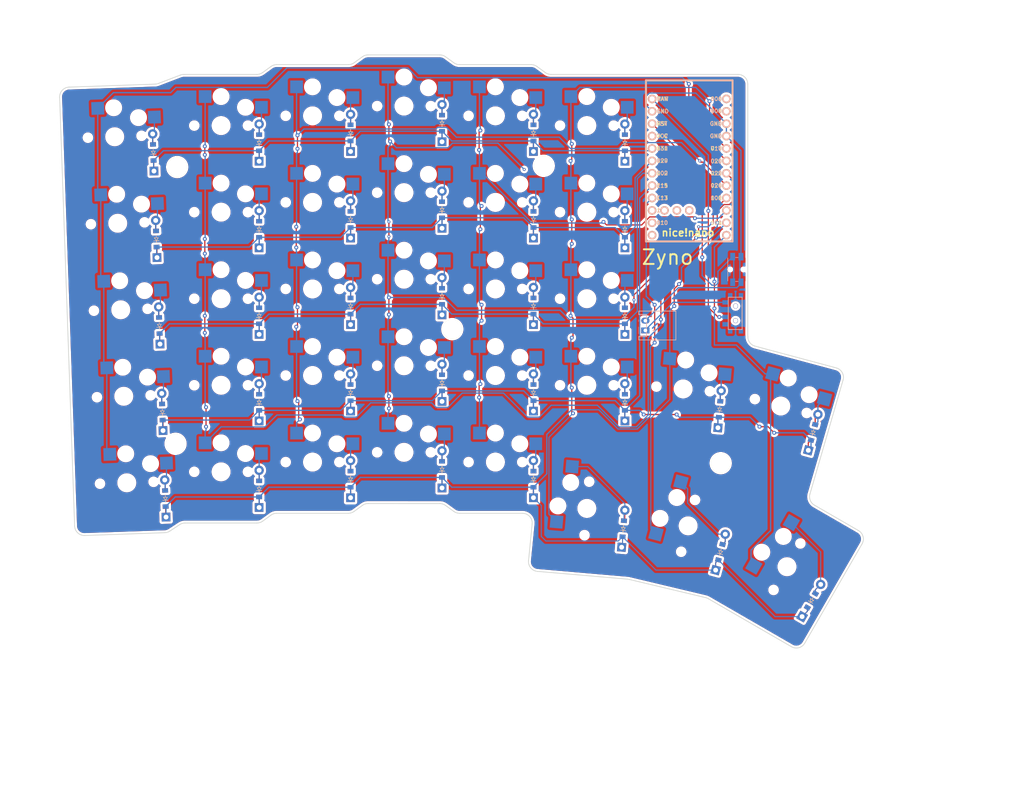
<source format=kicad_pcb>
(kicad_pcb (version 20240108) (generator "pcbnew") (generator_version "8.0")
  (title_block (title "zyno_left") (rev "v1.0.0") (company "Unknown"))
  (layers (0 "F.Cu" signal) (31 "B.Cu" signal) (34 "B.Paste" user) (35 "F.Paste" user) (36 "B.SilkS" user "B.Silkscreen") (37 "F.SilkS" user "F.Silkscreen") (38 "B.Mask" user) (39 "F.Mask" user) (44 "Edge.Cuts" user))
  (net 0 "")
  (net 1 "P020")
  (net 2 "outer_mod")
  (net 3 "outer_bottom")
  (net 4 "outer_home")
  (net 5 "outer_top")
  (net 6 "outer_num")
  (net 7 "P022")
  (net 8 "pinky_mod")
  (net 9 "pinky_bottom")
  (net 10 "pinky_home")
  (net 11 "pinky_top")
  (net 12 "pinky_num")
  (net 13 "P024")
  (net 14 "ring_mod")
  (net 15 "ring_bottom")
  (net 16 "ring_home")
  (net 17 "ring_top")
  (net 18 "ring_num")
  (net 19 "P100")
  (net 20 "middle_mod")
  (net 21 "middle_bottom")
  (net 22 "middle_home")
  (net 23 "middle_top")
  (net 24 "middle_num")
  (net 25 "P011")
  (net 26 "index_mod")
  (net 27 "index_bottom")
  (net 28 "index_home")
  (net 29 "index_top")
  (net 30 "index_num")
  (net 31 "P017")
  (net 32 "inner_bottom")
  (net 33 "inner_home")
  (net 34 "inner_top")
  (net 35 "inner_num")
  (net 36 "left_thumb")
  (net 37 "P104")
  (net 38 "home_thumb")
  (net 39 "P106")
  (net 40 "far_thumb")
  (net 41 "close_index")
  (net 42 "far_index")
  (net 43 "P113")
  (net 44 "P115")
  (net 45 "P002")
  (net 46 "P029")
  (net 47 "P031")
  (net 48 "RAW")
  (net 49 "GND")
  (net 50 "RST")
  (net 51 "VCC")
  (net 52 "P111")
  (net 53 "P010")
  (net 54 "P009")
  (net 55 "P006")
  (net 56 "P008")
  (net 57 "P101")
  (net 58 "P102")
  (net 59 "P107")
  (net 60 "pos")
  (footprint "E73:SPDT_C128955" (layer "F.Cu") (at 174.83918 115.254072 -90)
    (property "Reference" "T1" (hide yes))
    (property "Value" "" (hide yes))
  )
  (footprint "Panasonic_EVQPUL_EVQPUC" (layer "F.Cu") (at 175.08918 106.254072 -90)
    (property "Reference" "B1" (hide yes))
    (property "Value" "Panasonic_EVQPUL_EVQPUC" (hide yes))
  )
  (footprint "ComboDiode" (layer "F.Cu") (at 77.13918 133.504073 90)
    (property "Reference" "D7" (hide yes))
    (property "Value" "" (hide yes))
  )
  (footprint "PG1350" (layer "F.Cu") (at 88.08918 92.504073)
    (property "Reference" "S14" (hide yes))
    (property "Value" "" (hide yes))
  )
  (footprint "ComboDiode" (layer "F.Cu") (at 171.554453 134.920569 85)
    (property "Reference" "D33" (hide yes))
    (property "Value" "" (hide yes))
  )
  (footprint "PG1350" (layer "F.Cu") (at 164.08918 130.754072 -5)
    (property "Reference" "S33" (hide yes))
    (property "Value" "" (hide yes))
  )
  (footprint "ComboDiode" (layer "F.Cu") (at 57.917397 153.225652 92)
    (property "Reference" "D1" (hide yes))
    (property "Value" "" (hide yes))
  )
  (footprint "ComboDiode" (layer "F.Cu") (at 152.13918 115.754072 90)
    (property "Reference" "D27" (hide yes))
    (property "Value" "" (hide yes))
  )
  (footprint "ComboDiode" (layer "F.Cu") (at 133.38918 78.254072 90)
    (property "Reference" "D25" (hide yes))
    (property "Value" "" (hide yes))
  )
  (footprint "PG1350" (layer "F.Cu") (at 48.141602 96.782438 2)
    (property "Reference" "S4" (hide yes))
    (property "Value" "" (hide yes))
  )
  (footprint "HOLE_M2_TH" (layer "F.Cu") (at 60.33918 85.254073)
    (property "Reference" "")
    (property "Value" "")
  )
  (footprint "ComboDiode" (layer "F.Cu") (at 77.13918 151.254073 90)
    (property "Reference" "D6" (hide yes))
    (property "Value" "" (hide yes))
  )
  (footprint "ComboDiode" (layer "F.Cu") (at 133.38918 131.504072 90)
    (property "Reference" "D22" (hide yes))
    (property "Value" "" (hide yes))
  )
  (footprint "PG1350" (layer "F.Cu") (at 125.58918 110.254072)
    (property "Reference" "S23" (hide yes))
    (property "Value" "" (hide yes))
  )
  (footprint "PG1350" (layer "F.Cu") (at 106.83918 108.254072)
    (property "Reference" "S18" (hide yes))
    (property "Value" "" (hide yes))
  )
  (footprint "PG1350" (layer "F.Cu") (at 49.380534 132.260813 2)
    (property "Reference" "S2" (hide yes))
    (property "Value" "" (hide yes))
  )
  (footprint "PG1350" (layer "F.Cu") (at 69.33918 147.754073)
    (property "Reference" "S6" (hide yes))
    (property "Value" "" (hide yes))
  )
  (footprint "ComboDiode" (layer "F.Cu") (at 95.88918 113.754073 90)
    (property "Reference" "D13" (hide yes))
    (property "Value" "" (hide yes))
  )
  (footprint "PG1350" (layer "F.Cu") (at 144.33918 94.504072)
    (property "Reference" "S28" (hide yes))
    (property "Value" "" (hide yes))
  )
  (footprint "PG1350" (layer "F.Cu") (at 125.58918 145.754072)
    (property "Reference" "S21" (hide yes))
    (property "Value" "" (hide yes))
  )
  (footprint "ComboDiode" (layer "F.Cu") (at 190.737954 139.661846 75)
    (property "Reference" "D34" (hide yes))
    (property "Value" "" (hide yes))
  )
  (footprint "ComboDiode" (layer "F.Cu") (at 151.804453 159.420569 85)
    (property "Reference" "D30" (hide yes))
    (property "Value" "" (hide yes))
  )
  (footprint "HOLE_M2_TH" (layer "F.Cu") (at 135.5 85)
    (property "Reference" "")
    (property "Value" "")
  )
  (footprint "ComboDiode" (layer "F.Cu") (at 55.439532 82.268903 92)
    (property "Reference" "D5" (hide yes))
    (property "Value" "" (hide yes))
  )
  (footprint "ComboDiode" (layer "F.Cu") (at 133.38918 96.004072 90)
    (property "Reference" "D24" (hide yes))
    (property "Value" "" (hide yes))
  )
  (footprint "ComboDiode" (layer "F.Cu") (at 152.13918 98.004072 90)
    (property "Reference" "D28" (hide yes))
    (property "Value" "" (hide yes))
  )
  (footprint "PG1350" (layer "F.Cu") (at 106.83918 126.004072)
    (property "Reference" "S17" (hide yes))
    (property "Value" "" (hide yes))
  )
  (footprint "ComboDiode" (layer "F.Cu") (at 171.7351 164.227213 75)
    (property "Reference" "D31" (hide yes))
    (property "Value" "" (hide yes))
  )
  (footprint "ComboDiode" (layer "F.Cu") (at 114.63918 76.254072 90)
    (property "Reference" "D20" (hide yes))
    (property "Value" "" (hide yes))
  )
  (footprint "PG1350" (layer "F.Cu") (at 185.377998 167.209887 60)
    (property "Reference" "S32" (hide yes))
    (property "Value" "" (hide yes))
  )
  (footprint "ComboDiode" (layer "F.Cu") (at 152.13918 133.504072 90)
    (property "Reference" "D26" (hide yes))
    (property "Value" "" (hide yes))
  )
  (footprint "PG1350" (layer "F.Cu") (at 69.33918 112.254073)
    (property "Reference" "S8" (hide yes))
    (property "Value" "" (hide yes))
  )
  (footprint "JST_PH_S2B-PH-K_02x2.00mm_Angled" (layer "F.Cu") (at 156.33918 117.754072 90)
    (property "Reference" "JST1" (hide yes))
    (property "Value" "" (hide yes))
  )
  (footprint "PG1350" (layer "F.Cu") (at 106.83918 143.754072)
    (property "Reference" "S16" (hide yes))
    (property "Value" "" (hide yes))
  )
  (footprint "PG1350" (layer "F.Cu") (at 48.761068 114.521626 2)
    (property "Reference" "S3" (hide yes))
    (property "Value" "" (hide yes))
  )
  (footprint "PG1350" (layer "F.Cu") (at 88.08918 74.754073)
    (property "Reference" "S15" (hide yes))
    (property "Value" "" (hide yes))
  )
  (footprint "ComboDiode" (layer "F.Cu") (at 152.13918 80.254072 90)
    (property "Reference" "D29" (hide yes))
    (property "Value" "" (hide yes))
  )
  (footprint "nice_nano" (layer "F.Cu") (at 165.33918 85.254072 -90)
    (property "Reference" "MCU1" (hide yes))
    (property "Value" "nice_nano" (hide yes))
  )
  (footprint "PG1350" (layer "F.Cu") (at 184.1096 134.262317 -15)
    (property "Reference" "S34" (hide yes))
    (property "Value" "" (hide yes))
  )
  (footprint "PG1350" (layer "F.Cu") (at 125.58918 74.754072)
    (property "Reference" "S25" (hide yes))
    (property "Value" "" (hide yes))
  )
  (footprint "HOLE_M2_TH" (layer "F.Cu") (at 60 142 2)
    (property "Reference" "")
    (property "Value" "")
  )
  (footprint "ComboDiode" (layer "F.Cu") (at 56.678465 117.747277 92)
    (property "Reference" "D3" (hide yes))
    (property "Value" "" (hide yes))
  )
  (footprint "ComboDiode" (layer "F.Cu") (at 95.88918 78.254073 90)
    (property "Reference" "D15" (hide yes))
    (property "Value" "" (hide yes))
  )
  (footprint "ComboDiode" (layer "F.Cu") (at 114.63918 147.254072 90)
    (property "Reference" "D16" (hide yes))
    (property "Value" "" (hide yes))
  )
  (footprint "PG1350" (layer "F.Cu") (at 165.106746 158.827684 75)
    (property "Reference" "S31" (hide yes))
    (property "Value" "" (hide yes))
  )
  (footprint "PG1350" (layer "F.Cu") (at 69.33918 130.004073)
    (property "Reference" "S7" (hide yes))
    (property "Value" "" (hide yes))
  )
  (footprint "ComboDiode" (layer "F.Cu") (at 114.63918 94.004072 90)
    (property "Reference" "D19" (hide yes))
    (property "Value" "" (hide yes))
  )
  (footprint "PG1350" (layer "F.Cu") (at 144.33918 112.254072)
    (property "Reference" "S27" (hide yes))
    (property "Value" "" (hide yes))
  )
  (footprint "PG1350" (layer "F.Cu") (at 106.83918 72.754072)
    (property "Reference" "S20" (hide yes))
    (property "Value" "" (hide yes))
  )
  (footprint "ComboDiode" (layer "F.Cu") (at 95.88918 149.254073 90)
    (property "Reference" "D11" (hide yes))
    (property "Value" "" (hide yes))
  )
  (footprint "ComboDiode" (layer "F.Cu") (at 57.297931 135.486465 92)
    (property "Reference" "D2" (hide yes))
    (property "Value" "" (hide yes))
  )
  (footprint "ComboDiode" (layer "F.Cu") (at 133.38918 113.754072 90)
    (property "Reference" "D23" (hide yes))
    (property "Value" "" (hide yes))
  )
  (footprint "ComboDiode" (layer "F.Cu") (at 95.88918 131.504073 90)
    (property "Reference" "D12" (hide yes))
    (property "Value" "" (hide yes))
  )
  (footprint "ComboDiode" (layer "F.Cu") (at 114.63918 111.754072 90)
    (property "Reference" "D18" (hide yes))
    (property "Value" "" (hide yes))
  )
  (footprint "ComboDiode" (layer "F.Cu") (at 133.38918 149.254072 90)
    (property "Reference" "D21" (hide yes))
    (property "Value" "" (hide yes))
  )
  (footprint "PG1350" (layer "F.Cu") (at 125.58918 92.504072)
    (property "Reference" "S24" (hide yes))
    (property "Value" "" (hide yes))
  )
  (footprint "PG1350" (layer "F.Cu") (at 144.33918 155.254072 85)
    (property "Reference" "S30" (hide yes))
    (property "Value" "" (hide yes))
  )
  (footprint "HOLE_M2_TH" (layer "F.Cu") (at 171.791174 145.983297 -5)
    (property "Reference" "")
    (property "Value" "")
  )
  (footprint "PG1350" (layer "F.Cu") (at 47.522136 79.043251 2)
    (property "Reference" "S5" (hide yes))
    (property "Value" "" (hide yes))
  )
  (footprint "ComboDiode" (layer "F.Cu") (at 77.13918 80.254073 90)
    (property "Reference" "D10" (hide yes))
    (property "Value" "" (hide yes))
  )
  (footprint "PG1350" (layer "F.Cu") (at 144.33918 130.004072)
    (property "Reference" "S26" (hide yes))
    (property "Value" "" (hide yes))
  )
  (footprint "ComboDiode" (layer "F.Cu") (at 95.88918 96.004073 90)
    (property "Reference" "D14" (hide yes))
    (property "Value" "" (hide yes))
  )
  (footprint "PG1350" (layer "F.Cu") (at 125.58918 128.004072)
    (property "Reference" "S22" (hide yes))
    (property "Value" "" (hide yes))
  )
  (footprint "PG1350" (layer "F.Cu") (at 88.08918 145.754073)
    (property "Reference" "S11" (hide yes))
    (property "Value" "" (hide yes))
  )
  (footprint "PG1350" (layer "F.Cu") (at 50 150 2)
    (property "Reference" "S1" (hide yes))
    (property "Value" "" (hide yes))
  )
  (footprint "PG1350" (layer "F.Cu") (at 88.08918 110.254073)
    (property "Reference" "S13" (hide yes))
    (property "Value" "" (hide yes))
  )
  (footprint "PG1350" (layer "F.Cu") (at 69.33918 76.754073)
    (property "Reference" "S10" (hide yes))
    (property "Value" "" (hide yes))
  )
  (footprint "ComboDiode" (layer "F.Cu") (at 190.382996 174.140975 60)
    (property "Reference" "D32" (hide yes))
    (property "Value" "" (hide yes))
  )
  (footprint "PG1350" (layer "F.Cu") (at 88.08918 128.004073)
    (property "Reference" "S12" (hide yes))
    (property "Value" "" (hide yes))
  )
  (footprint "ComboDiode" (layer "F.Cu") (at 77.13918 98.004073 90)
    (property "Reference" "D9" (hide yes))
    (property "Value" "" (hide yes))
  )
  (footprint "PG1350" (layer "F.Cu") (at 69.33918 94.504073)
    (property "Reference" "S9" (hide yes))
    (property "Value" "" (hide yes))
  )
  (footprint "ComboDiode" (layer "F.Cu") (at 56.058998 100.00809 92)
    (property "Reference" "D4" (hide yes))
    (property "Value" "" (hide yes))
  )
  (footprint "ComboDiode" (layer "F.Cu") (at 114.63918 129.504072 90)
    (property "Reference" "D17" (hide yes))
    (property "Value" "" (hide yes))
  )
  (footprint "HOLE_M2_TH" (layer "F.Cu") (at 116.75 118.5)
    (property "Reference" "")
    (property "Value" "")
  )
  (footprint "ComboDiode" (layer "F.Cu") (at 77.13918 115.754073 90)
    (property "Reference" "D8" (hide yes))
    (property "Value" "" (hide yes))
  )
  (footprint "PG1350" (layer "F.Cu") (at 106.83918 90.504072)
    (property "Reference" "S19" (hide yes))
    (property "Value" "" (hide yes))
  )
  (footprint "PG1350" (layer "F.Cu") (at 144.33918 76.754072)
    (property "Reference" "S29" (hide yes))
    (property "Value" "" (hide yes))
  )
  (gr_arc (start 77.865155 65.871545) (mid 77.3073 66.156038) (end 76.688812 66.254073) (stroke (width 0.15)) (layer "Edge.Cuts"))
  (gr_line (start 190.092516 152.296059) (end 196.882487 128.928402) (stroke (width 0.15)) (layer "Edge.Cuts"))
  (gr_arc (start 96.615155 155.871545) (mid 96.0573 156.156038) (end 95.438812 156.254073) (stroke (width 0.15)) (layer "Edge.Cuts"))
  (gr_line (start 114.188812 62.254072) (end 99.489547 62.254072) (stroke (width 0.15)) (layer "Edge.Cuts"))
  (gr_arc (start 168.692714 173.550127) (mid 168.968883 173.637429) (end 169.229547 173.763706) (stroke (width 0.15)) (layer "Edge.Cuts"))
  (gr_arc (start 56.461197 68.116797) (mid 56.144746 68.208585) (end 55.817519 68.24717) (stroke (width 0.15)) (layer "Edge.Cuts"))
  (gr_line (start 177.359702 120.115431) (end 177.33918 119.504072) (stroke (width 0.15)) (layer "Edge.Cuts"))
  (gr_arc (start 134.199242 168.167338) (mid 132.83304 167.45275) (end 132.381103 165.978675) (stroke (width 0.15)) (layer "Edge.Cuts"))
  (gr_arc (start 191.01308 154.58617) (mid 190.157393 153.600057) (end 190.092516 152.296059) (stroke (width 0.15)) (layer "Edge.Cuts"))
  (gr_line (start 189.029277 182.885685) (end 200.779277 162.534088) (stroke (width 0.15)) (layer "Edge.Cuts"))
  (gr_line (start 133.122819 158.450165) (end 132.381103 165.978675) (stroke (width 0.15)) (layer "Edge.Cuts"))
  (gr_arc (start 178.840938 121.980184) (mid 177.792519 121.292304) (end 177.359702 120.115431) (stroke (width 0.15)) (layer "Edge.Cuts"))
  (gr_line (start 132.938812 64.254072) (end 118.239547 64.254072) (stroke (width 0.15)) (layer "Edge.Cuts"))
  (gr_arc (start 114.192135 154.263668) (mid 114.807702 154.361159) (end 115.363372 154.643397) (stroke (width 0.15)) (layer "Edge.Cuts"))
  (gr_arc (start 58.830481 159.905697) (mid 58.338096 160.140758) (end 57.800506 160.234001) (stroke (width 0.15)) (layer "Edge.Cuts"))
  (gr_arc (start 136.989548 66.254072) (mid 136.37106 66.156038) (end 135.813204 65.871545) (stroke (width 0.15)) (layer "Edge.Cuts"))
  (gr_arc (start 118.236914 156.254073) (mid 117.620692 156.156774) (end 117.064427 155.874343) (stroke (width 0.15)) (layer "Edge.Cuts"))
  (gr_line (start 99.490238 154.254479) (end 114.192136 154.263668) (stroke (width 0.15)) (layer "Edge.Cuts"))
  (gr_line (start 175.33918 66.254072) (end 136.989547 66.254072) (stroke (width 0.15)) (layer "Edge.Cuts"))
  (gr_line (start 169.229547 173.763706) (end 186.297227 183.617736) (stroke (width 0.15)) (layer "Edge.Cuts"))
  (gr_arc (start 36.23219 70.932324) (mid 36.768264 69.498528) (end 38.161173 68.863743) (stroke (width 0.15)) (layer "Edge.Cuts"))
  (gr_arc (start 195.479561 126.43849) (mid 196.70437 127.38857) (end 196.882487 128.928402) (stroke (width 0.15)) (layer "Edge.Cuts"))
  (gr_line (start 115.363372 154.643397) (end 117.064427 155.874343) (stroke (width 0.15)) (layer "Edge.Cuts"))
  (gr_line (start 80.739547 156.254073) (end 95.438812 156.254073) (stroke (width 0.15)) (layer "Edge.Cuts"))
  (gr_line (start 77.865155 157.871545) (end 79.563204 156.6366) (stroke (width 0.15)) (layer "Edge.Cuts"))
  (gr_line (start 36.232191 70.932324) (end 39.303347 158.878716) (stroke (width 0.15)) (layer "Edge.Cuts"))
  (gr_line (start 118.236914 156.254072) (end 131.132455 156.254072) (stroke (width 0.15)) (layer "Edge.Cuts"))
  (gr_arc (start 175.33918 66.254072) (mid 176.753394 66.839858) (end 177.33918 68.254072) (stroke (width 0.15)) (layer "Edge.Cuts"))
  (gr_arc (start 60.994576 66.385665) (mid 61.345298 66.287247) (end 61.708053 66.254073) (stroke (width 0.15)) (layer "Edge.Cuts"))
  (gr_arc (start 77.865155 157.871545) (mid 77.3073 158.156038) (end 76.688812 158.254073) (stroke (width 0.15)) (layer "Edge.Cuts"))
  (gr_line (start 134.199242 168.167338) (end 152.707446 169.767069) (stroke (width 0.15)) (layer "Edge.Cuts"))
  (gr_arc (start 79.563204 64.636601) (mid 80.121059 64.352108) (end 80.739547 64.254073) (stroke (width 0.15)) (layer "Edge.Cuts"))
  (gr_line (start 195.479561 126.438489) (end 178.840938 121.980183) (stroke (width 0.15)) (layer "Edge.Cuts"))
  (gr_arc (start 152.707447 169.767069) (mid 152.853784 169.785173) (end 152.998389 169.81401) (stroke (width 0.15)) (layer "Edge.Cuts"))
  (gr_line (start 96.615155 155.871545) (end 98.312645 154.637007) (stroke (width 0.15)) (layer "Edge.Cuts"))
  (gr_arc (start 98.313204 62.6366) (mid 98.871059 62.352107) (end 99.489547 62.254072) (stroke (width 0.15)) (layer "Edge.Cuts"))
  (gr_arc (start 132.938812 64.254072) (mid 133.5573 64.352107) (end 134.115155 64.6366) (stroke (width 0.15)) (layer "Edge.Cuts"))
  (gr_arc (start 60.838659 158.583595) (mid 61.364393 158.338224) (end 61.938433 158.254073) (stroke (width 0.15)) (layer "Edge.Cuts"))
  (gr_line (start 117.063204 63.871545) (end 115.365155 62.6366) (stroke (width 0.15)) (layer "Edge.Cuts"))
  (gr_arc (start 118.239548 64.254072) (mid 117.62106 64.156038) (end 117.063204 63.871545) (stroke (width 0.15)) (layer "Edge.Cuts"))
  (gr_line (start 200.047227 159.802037) (end 191.01308 154.58617) (stroke (width 0.15)) (layer "Edge.Cuts"))
  (gr_arc (start 96.615155 63.871545) (mid 96.0573 64.156038) (end 95.438812 64.254073) (stroke (width 0.15)) (layer "Edge.Cuts"))
  (gr_arc (start 131.132456 156.254072) (mid 132.614377 156.910976) (end 133.122819 158.450165) (stroke (width 0.15)) (layer "Edge.Cuts"))
  (gr_line (start 98.313204 62.6366) (end 96.615155 63.871545) (stroke (width 0.15)) (layer "Edge.Cuts"))
  (gr_arc (start 41.371927 160.807698) (mid 39.938132 160.271624) (end 39.303347 158.878716) (stroke (width 0.15)) (layer "Edge.Cuts"))
  (gr_line (start 60.994576 66.385664) (end 56.461197 68.116797) (stroke (width 0.15)) (layer "Edge.Cuts"))
  (gr_arc (start 189.029278 182.885685) (mid 187.814865 183.817537) (end 186.297227 183.617736) (stroke (width 0.15)) (layer "Edge.Cuts"))
  (gr_arc (start 98.312644 154.637007) (mid 98.871094 154.35232) (end 99.490238 154.254479) (stroke (width 0.15)) (layer "Edge.Cuts"))
  (gr_line (start 41.371927 160.807699) (end 57.800506 160.234001) (stroke (width 0.15)) (layer "Edge.Cuts"))
  (gr_line (start 58.830481 159.905697) (end 60.838659 158.583595) (stroke (width 0.15)) (layer "Edge.Cuts"))
  (gr_line (start 55.817519 68.24717) (end 38.161173 68.863743) (stroke (width 0.15)) (layer "Edge.Cuts"))
  (gr_line (start 76.688812 66.254073) (end 61.708053 66.254073) (stroke (width 0.15)) (layer "Edge.Cuts"))
  (gr_arc (start 200.047227 159.802038) (mid 200.979078 161.01645) (end 200.779277 162.534088) (stroke (width 0.15)) (layer "Edge.Cuts"))
  (gr_line (start 152.998389 169.81401) (end 168.692714 173.550127) (stroke (width 0.15)) (layer "Edge.Cuts"))
  (gr_line (start 61.938433 158.254073) (end 76.688812 158.254073) (stroke (width 0.15)) (layer "Edge.Cuts"))
  (gr_line (start 95.438812 64.254073) (end 80.739547 64.254073) (stroke (width 0.15)) (layer "Edge.Cuts"))
  (gr_line (start 79.563204 64.6366) (end 77.865155 65.871545) (stroke (width 0.15)) (layer "Edge.Cuts"))
  (gr_line (start 135.813204 65.871545) (end 134.115155 64.6366) (stroke (width 0.15)) (layer "Edge.Cuts"))
  (gr_arc (start 114.188812 62.254072) (mid 114.8073 62.352107) (end 115.365155 62.6366) (stroke (width 0.15)) (layer "Edge.Cuts"))
  (gr_arc (start 79.563204 156.636601) (mid 80.121059 156.352108) (end 80.739547 156.254073) (stroke (width 0.15)) (layer "Edge.Cuts"))
  (gr_line (start 177.33918 119.504072) (end 177.33918 68.254072) (stroke (width 0.15)) (layer "Edge.Cuts"))
  (gr_text "Zyno" (at 155.33918 103.754072 0) (layer "F.SilkS") (effects (font (size 3 3) (thickness 0.4)) (justify left)))
  (segment (start 172.95918 83.984072) (end 165.25 76.274892) (width 0.25) (layer "F.Cu") (net 1))
  (segment (start 165.25 76.274892) (end 165.25 68.204072) (width 0.25) (layer "F.Cu") (net 1))
  (via (at 165.25 68.204072) (size 0.8) (drill 0.4) (layers "F.Cu" "B.Cu") (net 1))
  (segment (start 109.61583 66.929072) (end 107.61583 64.929072) (width 0.25) (layer "B.Cu") (net 1))
  (segment (start 47.25265 70) (end 59 70) (width 0.25) (layer "B.Cu") (net 1))
  (segment (start 45.899877 126.428733) (end 45.899877 143.548454) (width 0.25) (layer "B.Cu") (net 1))
  (segment (start 165.25 68.204072) (end 163.975 66.929072) (width 0.25) (layer "B.Cu") (net 1))
  (segment (start 44.041479 90.330892) (end 44.660945 90.950358) (width 0.25) (layer "B.Cu") (net 1))
  (segment (start 44.041479 73.211171) (end 44.041479 90.330892) (width 0.25) (layer "B.Cu") (net 1))
  (segment (start 44.041479 73.211171) (end 47.25265 70) (width 0.25) (layer "B.Cu") (net 1))
  (segment (start 60.070927 68.929073) (end 78.820927 68.929073) (width 0.25) (layer "B.Cu") (net 1))
  (segment (start 107.61583 64.929072) (end 82.820928 64.929072) (width 0.25) (layer "B.Cu") (net 1))
  (segment (start 163.975 66.929072) (end 109.61583 66.929072) (width 0.25) (layer "B.Cu") (net 1))
  (segment (start 44.660945 90.950358) (end 44.660945 108.07008) (width 0.25) (layer "B.Cu") (net 1))
  (segment (start 45.280411 108.689546) (end 45.280411 125.809267) (width 0.25) (layer "B.Cu") (net 1))
  (segment (start 45.280411 125.809267) (end 45.899877 126.428733) (width 0.25) (layer "B.Cu") (net 1))
  (segment (start 45.899877 143.548454) (end 46.519343 144.16792) (width 0.25) (layer "B.Cu") (net 1))
  (segment (start 82.820928 64.929072) (end 78.820927 68.929073) (width 0.25) (layer "B.Cu") (net 1))
  (segment (start 44.660945 108.07008) (end 45.280411 108.689546) (width 0.25) (layer "B.Cu") (net 1))
  (segment (start 59 70) (end 60.070927 68.929073) (width 0.25) (layer "B.Cu") (net 1))
  (segment (start 57.859813 151.576657) (end 57.859813 149.493356) (width 0.25) (layer "F.Cu") (net 2))
  (segment (start 57.859813 149.493356) (end 57.78443 149.417973) (width 0.25) (layer "F.Cu") (net 2))
  (segment (start 57.859813 151.576657) (end 57.859813 149.493356) (width 0.25) (layer "B.Cu") (net 2))
  (segment (start 57.859813 149.493356) (end 57.78443 149.417973) (width 0.25) (layer "B.Cu") (net 2))
  (segment (start 58.139086 149.063317) (end 57.78443 149.417973) (width 0.25) (layer "B.Cu") (net 2))
  (segment (start 58.139086 145.963491) (end 58.139086 149.063317) (width 0.25) (layer "B.Cu") (net 2))
  (segment (start 57.164964 133.762087) (end 57.240347 133.83747) (width 0.25) (layer "F.Cu") (net 3))
  (segment (start 57.164964 131.678786) (end 57.164964 133.762087) (width 0.25) (layer "F.Cu") (net 3))
  (segment (start 57.51962 131.32413) (end 57.164964 131.678786) (width 0.25) (layer "B.Cu") (net 3))
  (segment (start 57.51962 128.224304) (end 57.51962 131.32413) (width 0.25) (layer "B.Cu") (net 3))
  (segment (start 57.164964 133.762087) (end 57.240347 133.83747) (width 0.25) (layer "B.Cu") (net 3))
  (segment (start 57.164964 131.678786) (end 57.164964 133.762087) (width 0.25) (layer "B.Cu") (net 3))
  (segment (start 56.545498 116.022899) (end 56.620881 116.098282) (width 0.25) (layer "F.Cu") (net 4))
  (segment (start 56.545498 113.939598) (end 56.545498 116.022899) (width 0.25) (layer "F.Cu") (net 4))
  (segment (start 56.900154 110.485117) (end 56.900154 113.584942) (width 0.25) (layer "B.Cu") (net 4))
  (segment (start 56.545498 113.939598) (end 56.545498 116.022899) (width 0.25) (layer "B.Cu") (net 4))
  (segment (start 56.545498 116.022899) (end 56.620881 116.098282) (width 0.25) (layer "B.Cu") (net 4))
  (segment (start 56.900154 113.584942) (end 56.545498 113.939598) (width 0.25) (layer "B.Cu") (net 4))
  (segment (start 55.926031 96.200411) (end 55.926031 98.283712) (width 0.25) (layer "F.Cu") (net 5))
  (segment (start 55.926031 98.283712) (end 56.001414 98.359095) (width 0.25) (layer "F.Cu") (net 5))
  (segment (start 56.280688 95.845754) (end 55.926031 96.200411) (width 0.25) (layer "B.Cu") (net 5))
  (segment (start 56.280688 92.745929) (end 56.280688 95.845754) (width 0.25) (layer "B.Cu") (net 5))
  (segment (start 55.926031 98.283712) (end 56.001414 98.359095) (width 0.25) (layer "B.Cu") (net 5))
  (segment (start 55.926031 96.200411) (end 55.926031 98.283712) (width 0.25) (layer "B.Cu") (net 5))
  (segment (start 55.306565 80.544525) (end 55.381948 80.619908) (width 0.25) (layer "F.Cu") (net 6))
  (segment (start 55.306565 78.461224) (end 55.306565 80.544525) (width 0.25) (layer "F.Cu") (net 6))
  (segment (start 55.661222 78.106567) (end 55.306565 78.461224) (width 0.25) (layer "B.Cu") (net 6))
  (segment (start 55.661222 75.006742) (end 55.661222 78.106567) (width 0.25) (layer "B.Cu") (net 6))
  (segment (start 55.306565 78.461224) (end 55.306565 80.544525) (width 0.25) (layer "B.Cu") (net 6))
  (segment (start 55.306565 80.544525) (end 55.381948 80.619908) (width 0.25) (layer "B.Cu") (net 6))
  (segment (start 159.512653 116.512653) (end 159.512653 106.987347) (width 0.25) (layer "F.Cu") (net 7))
  (segment (start 66 81) (end 66 82.75) (width 0.25) (layer "F.Cu") (net 7))
  (segment (start 172.461585 92.942772) (end 173.557228 92.942772) (width 0.25) (layer "F.Cu") (net 7))
  (segment (start 66 115.75) (end 66 119.25) (width 0.25) (layer "F.Cu") (net 7))
  (segment (start 171.082053 94.322304) (end 172.461585 92.942772) (width 0.25) (layer "F.Cu") (net 7))
  (segment (start 66.25 134.5) (end 66.25 138.5) (width 0.25) (layer "F.Cu") (net 7))
  (segment (start 66 100) (end 66 103) (width 0.25) (layer "F.Cu") (net 7))
  (segment (start 173.557228 92.942772) (end 174.16048 92.33952) (width 0.25) (layer "F.Cu") (net 7))
  (segment (start 174.16048 87.725372) (end 172.95918 86.524072) (width 0.25) (layer "F.Cu") (net 7))
  (segment (start 174.16048 92.33952) (end 174.16048 87.725372) (width 0.25) (layer "F.Cu") (net 7))
  (segment (start 159.512653 106.987347) (end 166.75 99.75) (width 0.25) (layer "F.Cu") (net 7))
  (segment (start 171.082053 96.695298) (end 171.082053 94.322304) (width 0.25) (layer "F.Cu") (net 7))
  (via (at 66.25 138.5) (size 0.8) (drill 0.4) (layers "F.Cu" "B.Cu") (net 7))
  (via (at 66 103) (size 0.8) (drill 0.4) (layers "F.Cu" "B.Cu") (net 7))
  (via (at 66 81) (size 0.8) (drill 0.4) (layers "F.Cu" "B.Cu") (net 7))
  (via (at 66 82.75) (size 0.8) (drill 0.4) (layers "F.Cu" "B.Cu") (net 7))
  (via (at 166.75 99.75) (size 0.8) (drill 0.4) (layers "F.Cu" "B.Cu") (net 7))
  (via (at 66 115.75) (size 0.8) (drill 0.4) (layers "F.Cu" "B.Cu") (net 7))
  (via (at 66 100) (size 0.8) (drill 0.4) (layers "F.Cu" "B.Cu") (net 7))
  (via (at 159.512653 116.512653) (size 0.8) (drill 0.4) (layers "F.Cu" "B.Cu") (net 7))
  (via (at 171.082053 96.695298) (size 0.8) (drill 0.4) (layers "F.Cu" "B.Cu") (net 7))
  (via (at 66.25 134.5) (size 0.8) (drill 0.4) (layers "F.Cu" "B.Cu") (net 7))
  (via (at 66 119.25) (size 0.8) (drill 0.4) (layers "F.Cu" "B.Cu") (net 7))
  (segment (start 66 120) (end 66.06418 120.06418) (width 0.25) (layer "B.Cu") (net 7))
  (segment (start 100.02718 133.604073) (end 112.501181 133.604073) (width 0.25) (layer "B.Cu") (net 7))
  (segment (start 66.06418 134.31418) (end 66.25 134.5) (width 0.25) (layer "B.Cu") (net 7))
  (segment (start 66.06418 124.054073) (end 66.06418 134.31418) (width 0.25) (layer "B.Cu") (net 7))
  (segment (start 150.92518 138.528072) (end 154.497233 138.528072) (width 0.25) (layer "B.Cu") (net 7))
  (segment (start 66.06418 88.554073) (end 66.06418 99.93582) (width 0.25) (layer "B.Cu") (net 7))
  (segment (start 66.06418 99.93582) (end 66 100) (width 0.25) (layer "B.Cu") (net 7))
  (segment (start 156.934209 136.091096) (end 156.934209 120.259043) (width 0.25) (layer "B.Cu") (net 7))
  (segment (start 66 103) (end 66 103.75) (width 0.25) (layer "B.Cu") (net 7))
  (segment (start 66.06418 106.304073) (end 66.06418 115.68582) (width 0.25) (layer "B.Cu") (net 7))
  (segment (start 66.06418 82.81418) (end 66.06418 88.554073) (width 0.25) (layer "B.Cu") (net 7))
  (segment (start 113.42518 134.528072) (end 115.85318 134.528072) (width 0.25) (layer "B.Cu") (net 7))
  (segment (start 156.934209 120.259043) (end 159.512653 117.680599) (width 0.25) (layer "B.Cu") (net 7))
  (segment (start 66 82.75) (end 66.06418 82.81418) (width 0.25) (layer "B.Cu") (net 7))
  (segment (start 66.06418 115.68582) (end 66 115.75) (width 0.25) (layer "B.Cu") (net 7))
  (segment (start 66.25 139.25) (end 66.06418 139.43582) (width 0.25) (layer "B.Cu") (net 7))
  (segment (start 118.77718 131.604072) (end 127.25118 131.604072) (width 0.25) (layer "B.Cu") (net 7))
  (segment (start 154.497233 138.528072) (end 156.934209 136.091096) (width 0.25) (layer "B.Cu") (net 7))
  (segment (start 127.25118 131.604072) (end 132.17518 136.528072) (width 0.25) (layer "B.Cu") (net 7))
  (segment (start 159.512653 117.680599) (end 159.512653 116.512653) (width 0.25) (layer "B.Cu") (net 7))
  (segment (start 112.501181 133.604073) (end 113.42518 134.528072) (width 0.25) (layer "B.Cu") (net 7))
  (segment (start 66.06418 103.81418) (end 66.06418 106.304073) (width 0.25) (layer "B.Cu") (net 7))
  (segment (start 69.34018 138.528073) (end 78.35318 138.528073) (width 0.25) (layer "B.Cu") (net 7))
  (segment (start 66.06418 70.804073) (end 66.06418 80.93582) (width 0.25) (layer "B.Cu") (net 7))
  (segment (start 78.35318 138.528073) (end 80.78118 136.100073) (width 0.25) (layer "B.Cu") (net 7))
  (segment (start 66.25 138.5) (end 66.25 139.25) (width 0.25) (layer "B.Cu") (net 7))
  (segment (start 146.49718 134.100072) (end 150.92518 138.528072) (width 0.25) (layer "B.Cu") (net 7))
  (segment (start 168.775305 99.75) (end 171.082053 97.443252) (width 0.25) (layer "B.Cu") (net 7))
  (segment (start 137.03118 134.100072) (end 146.49718 134.100072) (width 0.25) (layer "B.Cu") (net 7))
  (segment (start 171.082053 97.443252) (end 171.082053 96.695298) (width 0.25) (layer "B.Cu") (net 7))
  (segment (start 66 119.25) (end 66 120) (width 0.25) (layer "B.Cu") (net 7))
  (segment (start 66.06418 120.06418) (end 66.06418 124.054073) (width 0.25) (layer "B.Cu") (net 7))
  (segment (start 66.06418 139.43582) (end 66.06418 141.804073) (width 0.25) (layer "B.Cu") (net 7))
  (segment (start 66 103.75) (end 66.06418 103.81418) (width 0.25) (layer "B.Cu") (net 7))
  (segment (start 132.17518 136.528072) (end 134.60318 136.528072) (width 0.25) (layer "B.Cu") (net 7))
  (segment (start 166.75 99.75) (end 168.775305 99.75) (width 0.25) (layer "B.Cu") (net 7))
  (segment (start 97.10318 136.528073) (end 100.02718 133.604073) (width 0.25) (layer "B.Cu") (net 7))
  (segment (start 66.06418 141.804073) (end 69.34018 138.528073) (width 0.25) (layer "B.Cu") (net 7))
  (segment (start 115.85318 134.528072) (end 118.77718 131.604072) (width 0.25) (layer "B.Cu") (net 7))
  (segment (start 94.24718 136.100073) (end 94.67518 136.528073) (width 0.25) (layer "B.Cu") (net 7))
  (segment (start 66.06418 80.93582) (end 66 81) (width 0.25) (layer "B.Cu") (net 7))
  (segment (start 94.67518 136.528073) (end 97.10318 136.528073) (width 0.25) (layer "B.Cu") (net 7))
  (segment (start 134.60318 136.528072) (end 137.03118 134.100072) (width 0.25) (layer "B.Cu") (net 7))
  (segment (start 80.78118 136.100073) (end 94.24718 136.100073) (width 0.25) (layer "B.Cu") (net 7))
  (segment (start 77.13918 149.604073) (end 77.13918 147.444073) (width 0.25) (layer "F.Cu") (net 8))
  (segment (start 77.13918 144.479073) (end 77.61418 144.004073) (width 0.25) (layer "B.Cu") (net 8))
  (segment (start 77.13918 149.604073) (end 77.13918 147.444073) (width 0.25) (layer "B.Cu") (net 8))
  (segment (start 77.13918 147.444073) (end 77.13918 144.479073) (width 0.25) (layer "B.Cu") (net 8))
  (segment (start 77.13918 129.694073) (end 77.13918 131.854073) (width 0.25) (layer "F.Cu") (net 9))
  (segment (start 77.13918 129.694073) (end 77.13918 131.854073) (width 0.25) (layer "B.Cu") (net 9))
  (segment (start 77.61418 129.219073) (end 77.13918 129.694073) (width 0.25) (layer "B.Cu") (net 9))
  (segment (start 77.61418 126.254073) (end 77.61418 129.219073) (width 0.25) (layer "B.Cu") (net 9))
  (segment (start 77.13918 114.104073) (end 77.13918 111.944073) (width 0.25) (layer "F.Cu") (net 10))
  (segment (start 77.61418 108.504073) (end 77.61418 111.469073) (width 0.25) (layer "B.Cu") (net 10))
  (segment (start 77.13918 111.944073) (end 77.13918 114.104073) (width 0.25) (layer "B.Cu") (net 10))
  (segment (start 77.61418 111.469073) (end 77.13918 111.944073) (width 0.25) (layer "B.Cu") (net 10))
  (segment (start 77.13918 96.354073) (end 77.13918 94.194073) (width 0.25) (layer "F.Cu") (net 11))
  (segment (start 77.13918 91.229073) (end 77.61418 90.754073) (width 0.25) (layer "B.Cu") (net 11))
  (segment (start 77.13918 94.194073) (end 77.13918 91.229073) (width 0.25) (layer "B.Cu") (net 11))
  (segment (start 77.13918 94.194073) (end 77.13918 96.354073) (width 0.25) (layer "B.Cu") (net 11))
  (segment (start 77.13918 76.444073) (end 77.13918 78.604073) (width 0.25) (layer "F.Cu") (net 12))
  (segment (start 77.13918 78.604073) (end 77.13918 76.444073) (width 0.25) (layer "B.Cu") (net 12))
  (segment (start 77.61418 73.004073) (end 77.61418 75.969073) (width 0.25) (layer "B.Cu") (net 12))
  (segment (start 77.61418 75.969073) (end 77.13918 76.444073) (width 0.25) (layer "B.Cu") (net 12))
  (segment (start 85 133.25) (end 85.25 133.5) (width 0.25) (layer "F.Cu") (net 13))
  (segment (start 85.25 136.75) (end 85.5 137) (width 0.25) (layer "F.Cu") (net 13))
  (segment (start 167.5 84) (end 167.75 84.25) (width 0.25) (layer "F.Cu") (net 13))
  (segment (start 85 117.75) (end 84.75 118) (width 0.25) (layer "F.Cu") (net 13))
  (segment (start 167.75 84.25) (end 168.145108 84.25) (width 0.25) (layer "F.Cu") (net 13))
  (segment (start 85 114) (end 85 117.75) (width 0.25) (layer "F.Cu") (net 13))
  (segment (start 85 78.75) (end 85 81.5) (width 0.25) (layer "F.Cu") (net 13))
  (segment (start 168.145108 84.25) (end 172.95918 89.064072) (width 0.25) (layer "F.Cu") (net 13))
  (segment (start 85.25 133.5) (end 85.25 136.75) (width 0.25) (layer "F.Cu") (net 13))
  (segment (start 84.75 97.5) (end 84.75 101.75) (width 0.25) (layer "F.Cu") (net 13))
  (via (at 85 78.75) (size 0.8) (drill 0.4) (layers "F.Cu" "B.Cu") (net 13))
  (via (at 85 133.25) (size 0.8) (drill 0.4) (layers "F.Cu" "B.Cu") (net 13))
  (via (at 84.75 101.75) (size 0.8) (drill 0.4) (layers "F.Cu" "B.Cu") (net 13))
  (via (at 85.5 137) (size 0.8) (drill 0.4) (layers "F.Cu" "B.Cu") (net 13))
  (via (at 85 81.5) (size 0.8) (drill 0.4) (layers "F.Cu" "B.Cu") (net 13))
  (via (at 84.75 97.5) (size 0.8) (drill 0.4) (layers "F.Cu" "B.Cu") (net 13))
  (via (at 84.75 118) (size 0.8) (drill 0.4) (layers "F.Cu" "B.Cu") (net 13))
  (via (at 167.5 84) (size 0.6) (drill 0.3) (layers "F.Cu" "B.Cu") (net 13))
  (via (at 85 114) (size 0.8) (drill 0.4) (layers "F.Cu" "B.Cu") (net 13))
  (segment (start 84.81418 133.06418) (end 85 133.25) (width 0.25) (layer "B.Cu") (net 13))
  (segment (start 84.81418 137.68582) (end 84.81418 139.804073) (width 0.25) (layer "B.Cu") (net 13))
  (segment (start 150.88918 81.454072) (end 152.10048 80.242772) (width 0.25) (layer "B.Cu") (net 13))
  (segment (start 117.56418 79.129072) (end 138.675 79.129072) (width 0.25) (layer "B.Cu") (net 13))
  (segment (start 138.675 79.129072) (end 141 81.454072) (width 0.25) (layer "B.Cu") (net 13))
  (segment (start 84.81418 122.054073) (end 84.81418 133.06418) (width 0.25) (layer "B.Cu") (net 13))
  (segment (start 84.81418 102.56418) (end 84.81418 104.304073) (width 0.25) (layer "B.Cu") (net 13))
  (segment (start 84.75 118) (end 84.75 118.75) (width 0.25) (layer "B.Cu") (net 13))
  (segment (start 86.295928 77.454072) (end 113.38918 77.454072) (width 0.25) (layer "B.Cu") (net 13))
  (segment (start 84.75 118.75) (end 84.81418 118.81418) (width 0.25) (layer "B.Cu") (net 13))
  (segment (start 163.742772 80.242772) (end 167.5 84) (width 0.25) (layer "B.Cu") (net 13))
  (segment (start 84.81418 86.554073) (end 84.81418 97.43582) (width 0.25) (layer "B.Cu") (net 13))
  (segment (start 85 78.75) (end 86.295928 77.454072) (width 0.25) (layer "B.Cu") (net 13))
  (segment (start 84.81418 113.81418) (end 85 114) (width 0.25) (layer "B.Cu") (net 13))
  (segment (start 85 81.5) (end 85 82.25) (width 0.25) (layer "B.Cu") (net 13))
  (segment (start 84.75 102.5) (end 84.81418 102.56418) (width 0.25) (layer "B.Cu") (net 13))
  (segment (start 115.56418 77.129072) (end 117.56418 79.129072) (width 0.25) (layer "B.Cu") (net 13))
  (segment (start 141 81.454072) (end 150.88918 81.454072) (width 0.25) (layer "B.Cu") (net 13))
  (segment (start 113.71418 77.129072) (end 115.56418 77.129072) (width 0.25) (layer "B.Cu") (net 13))
  (segment (start 84.81418 68.804073) (end 84.81418 78.56418) (width 0.25) (layer "B.Cu") (net 13))
  (segment (start 113.38918 77.454072) (end 113.71418 77.129072) (width 0.25) (layer "B.Cu") (net 13))
  (segment (start 84.81418 104.304073) (end 84.81418 113.81418) (width 0.25) (layer "B.Cu") (net 13))
  (segment (start 85 82.25) (end 84.81418 82.43582) (width 0.25) (layer "B.Cu") (net 13))
  (segment (start 84.75 101.75) (end 84.75 102.5) (width 0.25) (layer "B.Cu") (net 13))
  (segment (start 84.81418 78.56418) (end 85 78.75) (width 0.25) (layer "B.Cu") (net 13))
  (segment (start 84.81418 97.43582) (end 84.75 97.5) (width 0.25) (layer "B.Cu") (net 13))
  (segment (start 84.81418 118.81418) (end 84.81418 122.054073) (width 0.25) (layer "B.Cu") (net 13))
  (segment (start 152.10048 80.242772) (end 163.742772 80.242772) (width 0.25) (layer "B.Cu") (net 13))
  (segment (start 85.5 137) (end 84.81418 137.68582) (width 0.25) (layer "B.Cu") (net 13))
  (segment (start 84.81418 82.43582) (end 84.81418 86.554073) (width 0.25) (layer "B.Cu") (net 13))
  (segment (start 95.88918 147.604073) (end 95.88918 145.444073) (width 0.25) (layer "F.Cu") (net 14))
  (segment (start 95.88918 145.444073) (end 95.88918 142.479073) (width 0.25) (layer "B.Cu") (net 14))
  (segment (start 95.88918 142.479073) (end 96.36418 142.004073) (width 0.25) (layer "B.Cu") (net 14))
  (segment (start 95.88918 147.604073) (end 95.88918 145.444073) (width 0.25) (layer "B.Cu") (net 14))
  (segment (start 95.88918 129.854073) (end 95.88918 127.694073) (width 0.25) (layer "F.Cu") (net 15))
  (segment (start 96.36418 124.254073) (end 96.36418 127.219073) (width 0.25) (layer "B.Cu") (net 15))
  (segment (start 95.88918 127.694073) (end 95.88918 129.854073) (width 0.25) (layer "B.Cu") (net 15))
  (segment (start 96.36418 127.219073) (end 95.88918 127.694073) (width 0.25) (layer "B.Cu") (net 15))
  (segment (start 95.88918 112.104073) (end 95.88918 109.944073) (width 0.25) (layer "F.Cu") (net 16))
  (segment (start 95.88918 112.104073) (end 95.88918 109.944073) (width 0.25) (layer "B.Cu") (net 16))
  (segment (start 96.36418 109.469073) (end 95.88918 109.944073) (width 0.25) (layer "B.Cu") (net 16))
  (segment (start 96.36418 106.504073) (end 96.36418 109.469073) (width 0.25) (layer "B.Cu") (net 16))
  (segment (start 95.88918 94.354073) (end 95.88918 92.194073) (width 0.25) (layer "F.Cu") (net 17))
  (segment (start 96.36418 91.719073) (end 95.88918 92.194073) (width 0.25) (layer "B.Cu") (net 17))
  (segment (start 95.88918 94.354073) (end 95.88918 92.194073) (width 0.25) (layer "B.Cu") (net 17))
  (segment (start 96.36418 88.754073) (end 96.36418 91.719073) (width 0.25) (layer "B.Cu") (net 17))
  (segment (start 95.88918 74.444073) (end 95.88918 76.604073) (width 0.25) (layer "F.Cu") (net 18))
  (segment (start 95.88918 76.604073) (end 95.88918 74.444073) (width 0.25) (layer "B.Cu") (net 18))
  (segment (start 95.88918 71.479073) (end 96.36418 71.004073) (width 0.25) (layer "B.Cu") (net 18))
  (segment (start 95.88918 74.444073) (end 95.88918 71.479073) (width 0.25) (layer "B.Cu") (net 18))
  (segment (start 154 111.474695) (end 167.25 98.224695) (width 0.25) (layer "F.Cu") (net 19))
  (segment (start 170.25 94.313252) (end 172.95918 91.604072) (width 0.25) (layer "F.Cu") (net 19))
  (segment (start 103.75 96.5) (end 103.75 99.5) (width 0.25) (layer "F.Cu") (net 19))
  (segment (start 170.25 96.5) (end 170.25 94.313252) (width 0.25) (layer "F.Cu") (net 19))
  (segment (start 103.75 79.75) (end 104 80) (width 0.25) (layer "F.Cu") (net 19))
  (segment (start 103.75 76.5) (end 103.75 79.75) (width 0.25) (layer "F.Cu") (net 19))
  (segment (start 154 112.5) (end 154 111.474695) (width 0.25) (layer "F.Cu") (net 19))
  (segment (start 103.75 132.25) (end 103.75 134.75) (width 0.25) (layer "F.Cu") (net 19))
  (segment (start 103.75 112) (end 103.75 115.5) (width 0.25) (layer "F.Cu") (net 19))
  (segment (start 167.25 98.224695) (end 167.25 97.5) (width 0.25) (layer "F.Cu") (net 19))
  (segment (start 170 96.75) (end 170.25 96.5) (width 0.25) (layer "F.Cu") (net 19))
  (via (at 103.75 132.25) (size 0.8) (drill 0.4) (layers "F.Cu" "B.Cu") (net 19))
  (via (at 104 80) (size 0.8) (drill 0.4) (layers "F.Cu" "B.Cu") (net 19))
  (via (at 103.75 99.5) (size 0.6) (drill 0.3) (layers "F.Cu" "B.Cu") (net 19))
  (via (at 103.75 96.5) (size 0.6) (drill 0.3) (layers "F.Cu" "B.Cu") (net 19))
  (via (at 103.75 112) (size 0.8) (drill 0.4) (layers "F.Cu" "B.Cu") (net 19))
  (via (at 103.75 76.5) (size 0.8) (drill 0.4) (layers "F.Cu" "B.Cu") (net 19))
  (via (at 103.75 115.5) (size 0.8) (drill 0.4) (layers "F.Cu" "B.Cu") (net 19))
  (via (at 167.25 97.5) (size 0.6) (drill 0.3) (layers "F.Cu" "B.Cu") (net 19))
  (via (at 103.75 134.75) (size 0.8) (drill 0.4) (layers "F.Cu" "B.Cu") (net 19))
  (via (at 131.5 85.75) (size 0.6) (drill 0.3) (layers "F.Cu" "B.Cu") (net 19))
  (via (at 170 96.75) (size 0.6) (drill 0.3) (layers "F.Cu" "B.Cu") (net 19))
  (via (at 154 112.5) (size 0.6) (drill 0.3) (layers "F.Cu" "B.Cu") (net 19))
  (segment (start 103.56418 96.31418) (end 103.75 96.5) (width 0.25) (layer "B.Cu") (net 19))
  (segment (start 117.56418 114.629072) (end 138.853767 114.629072) (width 0.25) (layer "B.Cu") (net 19))
  (segment (start 115.85318 81.278072) (end 116.77718 80.354072) (width 0.25) (layer "B.Cu") (net 19))
  (segment (start 116.77718 80.354072) (end 126.104072 80.354072) (width 0.25) (layer "B.Cu") (net 19))
  (segment (start 103.75 135.5) (end 103.56418 135.68582) (width 0.25) (layer "B.Cu") (net 19))
  (segment (start 103.56418 135.68582) (end 103.56418 137.804072) (width 0.25) (layer "B.Cu") (net 19))
  (segment (start 169.25 97.5) (end 170 96.75) (width 0.25) (layer "B.Cu") (net 19))
  (segment (start 154 113.98918) (end 154 112.5) (width 0.25) (layer "B.Cu") (net 19))
  (segment (start 151.48918 116.5) (end 154 113.98918) (width 0.25) (layer "B.Cu") (net 19))
  (segment (start 103.75 116.25) (end 103.56418 116.43582) (width 0.25) (layer "B.Cu") (net 19))
  (segment (start 103.75 134.75) (end 103.75 135.5) (width 0.25) (layer "B.Cu") (net 19))
  (segment (start 103.56418 116.43582) (end 103.56418 120.054072) (width 0.25) (layer "B.Cu") (net 19))
  (segment (start 103.56418 84.554072) (end 103.56418 96.31418) (width 0.25) (layer "B.Cu") (net 19))
  (segment (start 103.56418 120.054072) (end 103.56418 132.06418) (width 0.25) (layer "B.Cu") (net 19))
  (segment (start 103.56418 66.804072) (end 103.56418 76.31418) (width 0.25) (layer "B.Cu") (net 19))
  (segment (start 104 80) (end 105.278072 81.278072) (width 0.25) (layer "B.Cu") (net 19))
  (segment (start 167.25 97.5) (end 169.25 97.5) (width 0.25) (layer "B.Cu") (net 19))
  (segment (start 103.56418 111.81418) (end 103.75 112) (width 0.25) (layer "B.Cu") (net 19))
  (segment (start 103.75 99.5) (end 103.75 100.25) (width 0.25) (layer "B.Cu") (net 19))
  (segment (start 103.75 112) (end 114.935108 112) (width 0.25) (layer "B.Cu") (net 19))
  (segment (start 103.56418 100.43582) (end 103.56418 102.304072) (width 0.25) (layer "B.Cu") (net 19))
  (segment (start 103.56418 76.31418) (end 103.75 76.5) (width 0.25) (layer "B.Cu") (net 19))
  (segment (start 103.56418 81.18582) (end 103.56418 84.554072) (width 0.25) (layer "B.Cu") (net 19))
  (segment (start 103.56418 132.06418) (end 103.75 132.25) (width 0.25) (layer "B.Cu") (net 19))
  (segment (start 140.724695 116.5) (end 151.48918 116.5) (width 0.25) (layer "B.Cu") (net 19))
  (segment (start 126.104072 80.354072) (end 131.5 85.75) (width 0.25) (layer "B.Cu") (net 19))
  (segment (start 104 80.75) (end 103.56418 81.18582) (width 0.25) (layer "B.Cu") (net 19))
  (segment (start 138.853767 114.629072) (end 140.724695 116.5) (width 0.25) (layer "B.Cu") (net 19))
  (segment (start 103.56418 102.304072) (end 103.56418 111.81418) (width 0.25) (layer "B.Cu") (net 19))
  (segment (start 114.935108 112) (end 117.56418 114.629072) (width 0.25) (layer "B.Cu") (net 19))
  (segment (start 103.75 115.5) (end 103.75 116.25) (width 0.25) (layer "B.Cu") (net 19))
  (segment (start 104 80) (end 104 80.75) (width 0.25) (layer "B.Cu") (net 19))
  (segment (start 105.278072 81.278072) (end 115.85318 81.278072) (width 0.25) (layer "B.Cu") (net 19))
  (segment (start 103.75 100.25) (end 103.56418 100.43582) (width 0.25) (layer "B.Cu") (net 19))
  (segment (start 114.63918 145.604072) (end 114.63918 143.444072) (width 0.25) (layer "F.Cu") (net 20))
  (segment (start 115.11418 140.004072) (end 115.11418 142.969072) (width 0.25) (layer "B.Cu") (net 20))
  (segment (start 115.11418 142.969072) (end 114.63918 143.444072) (width 0.25) (layer "B.Cu") (net 20))
  (segment (start 114.63918 143.444072) (end 114.63918 145.604072) (width 0.25) (layer "B.Cu") (net 20))
  (segment (start 114.63918 127.854072) (end 114.63918 125.694072) (width 0.25) (layer "F.Cu") (net 21))
  (segment (start 115.11418 125.219072) (end 114.63918 125.694072) (width 0.25) (layer "B.Cu") (net 21))
  (segment (start 115.11418 122.254072) (end 115.11418 125.219072) (width 0.25) (layer "B.Cu") (net 21))
  (segment (start 114.63918 127.854072) (end 114.63918 125.694072) (width 0.25) (layer "B.Cu") (net 21))
  (segment (start 114.63918 110.104072) (end 114.63918 107.944072) (width 0.25) (layer "F.Cu") (net 22))
  (segment (start 115.11418 107.469072) (end 114.63918 107.944072) (width 0.25) (layer "B.Cu") (net 22))
  (segment (start 114.63918 107.944072) (end 114.63918 110.104072) (width 0.25) (layer "B.Cu") (net 22))
  (segment (start 115.11418 104.504072) (end 115.11418 107.469072) (width 0.25) (layer "B.Cu") (net 22))
  (segment (start 114.63918 92.354072) (end 114.63918 90.194072) (width 0.25) (layer "F.Cu") (net 23))
  (segment (start 115.11418 89.719072) (end 114.63918 90.194072) (width 0.25) (layer "B.Cu") (net 23))
  (segment (start 114.63918 92.354072) (end 114.63918 90.194072) (width 0.25) (layer "B.Cu") (net 23))
  (segment (start 115.11418 86.754072) (end 115.11418 89.719072) (width 0.25) (layer "B.Cu") (net 23))
  (segment (start 114.63918 74.604072) (end 114.63918 72.444072) (width 0.25) (layer "F.Cu") (net 24))
  (segment (start 115.11418 69.004072) (end 115.11418 71.969072) (width 0.25) (layer "B.Cu") (net 24))
  (segment (start 115.11418 71.969072) (end 114.63918 72.444072) (width 0.25) (layer "B.Cu") (net 24))
  (segment (start 114.63918 72.444072) (end 114.63918 74.604072) (width 0.25) (layer "B.Cu") (net 24))
  (segment (start 122.25 78) (end 122.5 77.75) (width 0.25) (layer "F.Cu") (net 25))
  (segment (start 122.5 93.5) (end 122.75 93.25) (width 0.25) (layer "F.Cu") (net 25))
  (segment (start 122.5 98) (end 122.5 93.5) (width 0.25) (layer "F.Cu") (net 25))
  (segment (start 122.25 132.5) (end 122.25 130) (width 0.25) (layer "F.Cu") (net 25))
  (segment (start 122.25 81.75) (end 122.25 78) (width 0.25) (layer "F.Cu") (net 25))
  (segment (start 166.232772 95.482772) (end 166.5 95.75) (width 0.25) (layer "F.Cu") (net 25))
  (segment (start 122.25 130) (end 122.5 129.75) (width 0.25) (layer "F.Cu") (net 25))
  (segment (start 122.75 116.75) (end 122.75 113.5) (width 0.25) (layer "F.Cu") (net 25))
  (segment (start 148.379072 97.129072) (end 155.575285 97.129072) (width 0.25) (layer "F.Cu") (net 25))
  (segment (start 155.575285 97.129072) (end 157.221585 95.482772) (width 0.25) (layer "F.Cu") (net 25))
  (segment (start 157.221585 95.482772) (end 166.232772 95.482772) (width 0.25) (layer "F.Cu") (net 25))
  (segment (start 147.75 96.5) (end 148.379072 97.129072) (width 0.25) (layer "F.Cu") (net 25))
  (via (at 122.5 129.75) (size 0.8) (drill 0.4) (layers "F.Cu" "B.Cu") (net 25))
  (via (at 122.5 98) (size 0.8) (drill 0.4) (layers "F.Cu" "B.Cu") (net 25))
  (via (at 122.75 93.25) (size 0.8) (drill 0.4) (layers "F.Cu" "B.Cu") (net 25))
  (via (at 122.5 77.75) (size 0.8) (drill 0.4) (layers "F.Cu" "B.Cu") (net 25))
  (via (at 122.75 116.75) (size 0.8) (drill 0.4) (layers "F.Cu" "B.Cu") (net 25))
  (via (at 122.25 81.75) (size 0.8) (drill 0.4) (layers "F.Cu" "B.Cu") (net 25))
  (via (at 122.25 132.5) (size 0.8) (drill 0.4) (layers "F.Cu" "B.Cu") (net 25))
  (via (at 147.75 96.5) (size 0.8) (drill 0.4) (layers "F.Cu" "B.Cu") (net 25))
  (via (at 166.5 95.75) (size 0.8) (drill 0.4) (layers "F.Cu" "B.Cu") (net 25))
  (via (at 122.75 113.5) (size 0.8) (drill 0.4) (layers "F.Cu" "B.Cu") (net 25))
  (segment (start 122.31418 128.81418) (end 122.31418 122.054072) (width 0.25) (layer "B.Cu") (net 25))
  (segment (start 122.31418 98.18582) (end 122.5 98) (width 0.25) (layer "B.Cu") (net 25))
  (segment (start 122.75 93.25) (end 122.31418 92.81418) (width 0.25) (layer "B.Cu") (net 25))
  (segment (start 166.5 95.75) (end 171.353252 95.75) (width 0.25) (layer "B.Cu") (net 25))
  (segment (start 122.75 113.5) (end 122.31418 113.06418) (width 0.25) (layer "B.Cu") (net 25))
  (segment (start 122.31418 86.554072) (end 122.925576 86.554072) (width 0.25) (layer "B.Cu") (net 25))
  (segment (start 122.925576 86.554072) (end 133.096504 96.725) (width 0.25) (layer "B.Cu") (net 25))
  (segment (start 122.31418 76.81418) (end 122.31418 68.804072) (width 0.25) (layer "B.Cu") (net 25))
  (segment (start 122.5 129) (end 122.31418 128.81418) (width 0.25) (layer "B.Cu") (net 25))
  (segment (start 122.5 129.75) (end 122.5 129) (width 0.25) (layer "B.Cu") (net 25))
  (segment (start 122.31418 122.054072) (end 122.31418 117.18582) (width 0.25) (layer "B.Cu") (net 25))
  (segment (start 133.096504 96.725) (end 147.525 96.725) (width 0.25) (layer "B.Cu") (net 25))
  (segment (start 122.31418 139.804072) (end 122.31418 132.56418) (width 0.25) (layer "B.Cu") (net 25))
  (segment (start 122.31418 132.56418) (end 122.25 132.5) (width 0.25) (layer "B.Cu") (net 25))
  (segment (start 122.5 77) (end 122.31418 76.81418) (width 0.25) (layer "B.Cu") (net 25))
  (segment (start 122.31418 117.18582) (end 122.75 116.75) (width 0.25) (layer "B.Cu") (net 25))
  (segment (start 122.31418 92.81418) (end 122.31418 86.554072) (width 0.25) (layer "B.Cu") (net 25))
  (segment (start 171.353252 95.75) (end 172.95918 94.144072) (width 0.25) (layer "B.Cu") (net 25))
  (segment (start 122.5 77.75) (end 122.5 77) (width 0.25) (layer "B.Cu") (net 25))
  (segment (start 122.31418 104.304072) (end 122.31418 98.18582) (width 0.25) (layer "B.Cu") (net 25))
  (segment (start 147.525 96.725) (end 147.75 96.5) (width 0.25) (layer "B.Cu") (net 25))
  (segment (start 122.31418 86.554072) (end 122.31418 81.81418) (width 0.25) (layer "B.Cu") (net 25))
  (segment (start 122.31418 113.06418) (end 122.31418 104.304072) (width 0.25) (layer "B.Cu") (net 25))
  (segment (start 122.31418 81.81418) (end 122.25 81.75) (width 0.25) (layer "B.Cu") (net 25))
  (segment (start 133.38918 145.444072) (end 133.38918 147.604072) (width 0.25) (layer "F.Cu") (net 26))
  (segment (start 133.86418 142.004072) (end 133.86418 144.969072) (width 0.25) (layer "B.Cu") (net 26))
  (segment (start 133.86418 144.969072) (end 133.38918 145.444072) (width 0.25) (layer "B.Cu") (net 26))
  (segment (start 133.38918 145.444072) (end 133.38918 147.604072) (width 0.25) (layer "B.Cu") (net 26))
  (segment (start 133.38918 129.854072) (end 133.38918 127.694072) (width 0.25) (layer "F.Cu") (net 27))
  (segment (start 133.38918 129.854072) (end 133.38918 127.694072) (width 0.25) (layer "B.Cu") (net 27))
  (segment (start 133.86418 124.254072) (end 133.86418 127.219072) (width 0.25) (layer "B.Cu") (net 27))
  (segment (start 133.86418 127.219072) (end 133.38918 127.694072) (width 0.25) (layer "B.Cu") (net 27))
  (segment (start 133.38918 109.944072) (end 133.38918 112.104072) (width 0.25) (layer "F.Cu") (net 28))
  (segment (start 133.86418 106.504072) (end 133.86418 109.469072) (width 0.25) (layer "B.Cu") (net 28))
  (segment (start 133.38918 112.104072) (end 133.38918 109.944072) (width 0.25) (layer "B.Cu") (net 28))
  (segment (start 133.86418 109.469072) (end 133.38918 109.944072) (width 0.25) (layer "B.Cu") (net 28))
  (segment (start 133.38918 94.354072) (end 133.38918 92.194072) (width 0.25) (layer "F.Cu") (net 29))
  (segment (start 133.86418 91.719072) (end 133.38918 92.194072) (width 0.25) (layer "B.Cu") (net 29))
  (segment (start 133.38918 94.354072) (end 133.38918 92.194072) (width 0.25) (layer "B.Cu") (net 29))
  (segment (start 133.86418 88.754072) (end 133.86418 91.719072) (width 0.25) (layer "B.Cu") (net 29))
  (segment (start 133.38918 76.604072) (end 133.38918 74.444072) (width 0.25) (layer "F.Cu") (net 30))
  (segment (start 133.86418 73.969072) (end 133.38918 74.444072) (width 0.25) (layer "B.Cu") (net 30))
  (segment (start 133.86418 71.004072) (end 133.86418 73.969072) (width 0.25) (layer "B.Cu") (net 30))
  (segment (start 133.38918 76.604072) (end 133.38918 74.444072) (width 0.25) (layer "B.Cu") (net 30))
  (segment (start 141.25 80.5) (end 141.25 83.75) (width 0.25) (layer "F.Cu") (net 31))
  (segment (start 169.5 77.984892) (end 172.95918 81.444072) (width 0.25) (layer "F.Cu") (net 31))
  (segment (start 141.25 135.5) (end 141.5 135.75) (width 0.25) (layer "F.Cu") (net 31))
  (segment (start 141.5 116.25) (end 141.5 119.75) (width 0.25) (layer "F.Cu") (net 31))
  (segment (start 169.5 71.75) (end 169.5 77.984892) (width 0.25) (layer "F.Cu") (net 31))
  (segment (start 141.5 120) (end 141.25 120.25) (width 0.25) (layer "F.Cu") (net 31))
  (segment (start 141.25 96) (end 141.25 101) (width 0.25) (layer "F.Cu") (net 31))
  (segment (start 141.25 130.5) (end 141.25 135.5) (width 0.25) (layer "F.Cu") (net 31))
  (segment (start 141 115.75) (end 141.5 116.25) (width 0.25) (layer "F.Cu") (net 31))
  (segment (start 141.5 119.75) (end 141.5 120) (width 0.25) (layer "F.Cu") (net 31))
  (segment (start 141.25 83.75) (end 141 84) (width 0.25) (layer "F.Cu") (net 31))
  (via (at 141 115.75) (size 0.8) (drill 0.4) (layers "F.Cu" "B.Cu") (net 31))
  (via (at 141.25 101) (size 0.8) (drill 0.4) (layers "F.Cu" "B.Cu") (net 31))
  (via (at 141.25 96) (size 0.8) (drill 0.4) (layers "F.Cu" "B.Cu") (net 31))
  (via (at 141 84) (size 0.8) (drill 0.4) (layers "F.Cu" "B.Cu") (net 31))
  (via (at 141.5 135.75) (size 0.8) (drill 0.4) (layers "F.Cu" "B.Cu") (net 31))
  (via (at 141.25 80.5) (size 0.8) (drill 0.4) (layers "F.Cu" "B.Cu") (net 31))
  (via (at 141.25 120.25) (size 0.8) (drill 0.4) (layers "F.Cu" "B.Cu") (net 31))
  (via (at 141.25 130.5) (size 0.8) (drill 0.4) (layers "F.Cu" "B.Cu") (net 31))
  (via (at 169.5 71.75) (size 0.8) (drill 0.4) (layers "F.Cu" "B.Cu") (net 31))
  (segment (start 141.06418 70.804072) (end 142.93918 68.929072) (width 0.25) (layer "B.Cu") (net 31))
  (segment (start 141.06418 120.43582) (end 141.06418 124.054072) (width 0.25) (layer "B.Cu") (net 31))
  (segment (start 141 84) (end 141.06418 84.06418) (width 0.25) (layer "B.Cu") (net 31))
  (segment (start 141.25 101) (end 141.06418 101.18582) (width 0.25) (layer "B.Cu") (net 31))
  (segment (start 141.06418 106.304072) (end 141.06418 115.68582) (width 0.25) (layer "B.Cu") (net 31))
  (segment (start 141.06418 95.81418) (end 141.25 96) (width 0.25) (layer "B.Cu") (net 31))
  (segment (start 141.06418 115.68582) (end 141 115.75) (width 0.25) (layer "B.Cu") (net 31))
  (segment (start 141.06418 70.804072) (end 141.06418 80.31418) (width 0.25) (layer "B.Cu") (net 31))
  (segment (start 141.06418 88.554072) (end 141.06418 95.81418) (width 0.25) (layer "B.Cu") (net 31))
  (segment (start 141.06418 84.06418) (end 141.06418 88.554072) (width 0.25) (layer "B.Cu") (net 31))
  (segment (start 142.93918 68.929072) (end 166.679072 68.929072) (width 0.25) (layer "B.Cu") (net 31))
  (segment (start 166.679072 68.929072) (end 169.5 71.75) (width 0.25) (layer "B.Cu") (net 31))
  (segment (start 141.06418 130.31418) (end 141.25 130.5) (width 0.25) (layer "B.Cu") (net 31))
  (segment (start 141.25 120.25) (end 141.06418 120.43582) (width 0.25) (layer "B.Cu") (net 31))
  (segment (start 136.561822 156.433469) (end 136.561822 140.688178) (width 0.2) (layer "B.Cu") (net 31))
  (segment (start 141.06418 80.31418) (end 141.25 80.5) (width 0.25) (layer "B.Cu") (net 31))
  (segment (start 141.06418 101.18582) (end 141.06418 106.304072) (width 0.25) (layer "B.Cu") (net 31))
  (segment (start 141.06418 124.054072) (end 141.06418 130.31418) (width 0.25) (layer "B.Cu") (net 31))
  (segment (start 136.561822 140.688178) (end 141.5 135.75) (width 0.2) (layer "B.Cu") (net 31))
  (segment (start 138.126386 157.998033) (end 136.561822 156.433469) (width 0.2) (layer "B.Cu") (net 31))
  (segment (start 152.13918 131.854072) (end 152.13918 129.694072) (width 0.25) (layer "F.Cu") (net 32))
  (segment (start 152.61418 126.254072) (end 152.61418 129.219072) (width 0.25) (layer "B.Cu") (net 32))
  (segment (start 152.13918 131.854072) (end 152.13918 129.694072) (width 0.25) (layer "B.Cu") (net 32))
  (segment (start 152.61418 129.219072) (end 152.13918 129.694072) (width 0.25) (layer "B.Cu") (net 32))
  (segment (start 152.13918 114.104072) (end 152.13918 111.944072) (width 0.25) (layer "F.Cu") (net 33))
  (segment (start 152.13918 111.944072) (end 152.13918 108.979072) (width 0.25) (layer "B.Cu") (net 33))
  (segment (start 152.13918 114.104072) (end 152.13918 111.944072) (width 0.25) (layer "B.Cu") (net 33))
  (segment (start 152.13918 108.979072) (end 152.61418 108.504072) (width 0.25) (layer "B.Cu") (net 33))
  (segment (start 152.13918 96.354072) (end 152.13918 94.194072) (width 0.25) (layer "F.Cu") (net 34))
  (segment (start 152.61418 93.719072) (end 152.13918 94.194072) (width 0.25) (layer "B.Cu") (net 34))
  (segment (start 152.13918 94.194072) (end 152.13918 96.354072) (width 0.25) (layer "B.Cu") (net 34))
  (segment (start 152.61418 90.754072) (end 152.61418 93.719072) (width 0.25) (layer "B.Cu") (net 34))
  (segment (start 152.13918 78.604072) (end 152.13918 76.444072) (width 0.25) (layer "F.Cu") (net 35))
  (segment (start 152.61418 75.969072) (end 152.13918 76.444072) (width 0.25) (layer "B.Cu") (net 35))
  (segment (start 152.13918 76.444072) (end 152.13918 78.604072) (width 0.25) (layer "B.Cu") (net 35))
  (segment (start 152.61418 73.004072) (end 152.61418 75.969072) (width 0.25) (layer "B.Cu") (net 35))
  (segment (start 152.136516 155.625067) (end 152.136516 157.588592) (width 0.2) (layer "F.Cu") (net 36))
  (segment (start 152.136516 157.588592) (end 151.94826 157.776848) (width 0.2) (layer "F.Cu") (net 36))
  (segment (start 151.94826 155.813323) (end 152.136516 155.625067) (width 0.2) (layer "B.Cu") (net 36))
  (segment (start 141.324664 146.683727) (end 144.542214 146.683727) (width 0.2) (layer "B.Cu") (net 36))
  (segment (start 151.94826 157.776848) (end 151.94826 155.813323) (width 0.2) (layer "B.Cu") (net 36))
  (segment (start 144.542214 146.683727) (end 152.136516 154.278029) (width 0.2) (layer "B.Cu") (net 36))
  (segment (start 152.136516 154.278029) (end 152.136516 155.625067) (width 0.2) (layer "B.Cu") (net 36))
  (segment (start 162.262653 110.237347) (end 163.25 109.25) (width 0.25) (layer "F.Cu") (net 37))
  (segment (start 162.262653 113.762653) (end 162.262653 110.237347) (width 0.25) (layer "F.Cu") (net 37))
  (via (at 162.262653 113.762653) (size 0.8) (drill 0.4) (layers "F.Cu" "B.Cu") (net 37))
  (via (at 163.25 109.25) (size 0.8) (drill 0.4) (layers "F.Cu" "B.Cu") (net 37))
  (segment (start 157.450411 136.81233) (end 161.345219 132.917522) (width 0.2) (layer "B.Cu") (net 37))
  (segment (start 161.345219 132.917522) (end 161.345219 124.541278) (width 0.2) (layer "B.Cu") (net 37))
  (segment (start 157.450411 159.389671) (end 157.450411 136.81233) (width 0.2) (layer "B.Cu") (net 37))
  (segment (start 161.345219 124.541278) (end 161.345219 114.680087) (width 0.25) (layer "B.Cu") (net 37))
  (segment (start 163.75 108.75) (end 163.75 105.893252) (width 0.25) (layer "B.Cu") (net 37))
  (segment (start 158.511857 160.451117) (end 157.450411 159.389671) (width 0.2) (layer "B.Cu") (net 37))
  (segment (start 161.345219 114.680087) (end 162.262653 113.762653) (width 0.25) (layer "B.Cu") (net 37))
  (segment (start 163.75 105.893252) (end 172.95918 96.684072) (width 0.25) (layer "B.Cu") (net 37))
  (segment (start 163.25 109.25) (end 163.75 108.75) (width 0.25) (layer "B.Cu") (net 37))
  (segment (start 172.721202 160.547036) (end 172.721202 162.074383) (width 0.2) (layer "F.Cu") (net 38))
  (segment (start 172.721202 162.074383) (end 172.16215 162.633435) (width 0.2) (layer "F.Cu") (net 38))
  (segment (start 172.16215 162.633435) (end 172.721202 162.074383) (width 0.2) (layer "B.Cu") (net 38))
  (segment (start 165 151.237822) (end 163.626254 149.864076) (width 0.2) (layer "B.Cu") (net 38))
  (segment (start 172.721202 162.074383) (end 172.721202 160.547036) (width 0.2) (layer "B.Cu") (net 38))
  (segment (start 171.374164 160.547036) (end 165 154.172872) (width 0.2) (layer "B.Cu") (net 38))
  (segment (start 165 154.172872) (end 165 151.237822) (width 0.2) (layer "B.Cu") (net 38))
  (segment (start 172.721202 160.547036) (end 171.374164 160.547036) (width 0.2) (layer "B.Cu") (net 38))
  (segment (start 170.5 114.25) (end 170.5 108.75) (width 0.25) (layer "F.Cu") (net 39))
  (via (at 170.5 108.75) (size 0.8) (drill 0.4) (layers "F.Cu" "B.Cu") (net 39))
  (via (at 170.5 114.25) (size 0.8) (drill 0.4) (layers "F.Cu" "B.Cu") (net 39))
  (segment (start 170.5 101.683252) (end 172.95918 99.224072) (width 0.25) (layer "B.Cu") (net 39))
  (segment (start 174.985108 121.75) (end 170.5 121.75) (width 0.25) (layer "B.Cu") (net 39))
  (segment (start 170.5 121.75) (end 170.5 114.25) (width 0.25) (layer "B.Cu") (net 39))
  (segment (start 178 163.808384) (end 178 166.483474) (width 0.25) (layer "B.Cu") (net 39))
  (segment (start 182.486166 127.667426) (end 180.902534 127.667426) (width 0.25) (layer "B.Cu") (net 39))
  (segment (start 180.902534 127.667426) (end 174.985108 121.75) (width 0.25) (layer "B.Cu") (net 39))
  (segment (start 170.5 108.75) (end 170.5 101.683252) (width 0.25) (layer "B.Cu") (net 39))
  (segment (start 178 166.483474) (end 178.587647 167.071121) (width 0.25) (layer "B.Cu") (net 39))
  (segment (start 182.0201 128.133492) (end 182.0201 159.788284) (width 0.25) (layer "B.Cu") (net 39))
  (segment (start 182.486166 127.667426) (end 182.0201 128.133492) (width 0.25) (layer "B.Cu") (net 39))
  (segment (start 182.0201 159.788284) (end 178 163.808384) (width 0.25) (layer "B.Cu") (net 39))
  (segment (start 192.287996 170.841418) (end 191.207996 171.921418) (width 0.2) (layer "F.Cu") (net 40))
  (segment (start 191.207996 171.921418) (end 191.207996 172.712033) (width 0.2) (layer "F.Cu") (net 40))
  (segment (start 191.207996 172.712033) (end 191.207996 171.921418) (width 0.2) (layer "B.Cu") (net 40))
  (segment (start 192.287996 170.841418) (end 192.287996 164.188621) (width 0.2) (layer "B.Cu") (net 40))
  (segment (start 192.287996 164.188621) (end 186.267903 158.168528) (width 0.2) (layer "B.Cu") (net 40))
  (segment (start 191.207996 171.921418) (end 192.287996 170.841418) (width 0.2) (layer "B.Cu") (net 40))
  (segment (start 171.69826 133.276848) (end 171.69826 131.313323) (width 0.25) (layer "F.Cu") (net 41))
  (segment (start 171.69826 131.313323) (end 171.886516 131.125067) (width 0.25) (layer "F.Cu") (net 41))
  (segment (start 171.886516 131.125067) (end 171.886516 128.512565) (width 0.25) (layer "B.Cu") (net 41))
  (segment (start 171.69826 133.276848) (end 171.69826 131.313323) (width 0.25) (layer "B.Cu") (net 41))
  (segment (start 171.886516 128.512565) (end 172.659525 127.739556) (width 0.25) (layer "B.Cu") (net 41))
  (segment (start 171.69826 131.313323) (end 171.886516 131.125067) (width 0.25) (layer "B.Cu") (net 41))
  (segment (start 191.165005 138.068068) (end 191.165005 136.540719) (width 0.25) (layer "F.Cu") (net 42))
  (segment (start 191.165005 136.540719) (end 191.724055 135.981669) (width 0.25) (layer "F.Cu") (net 42))
  (segment (start 191.724055 137.509018) (end 191.165005 138.068068) (width 0.25) (layer "B.Cu") (net 42))
  (segment (start 191.724055 135.981669) (end 191.724055 137.509018) (width 0.25) (layer "B.Cu") (net 42))
  (segment (start 191.724055 134.130976) (end 191.724055 135.981669) (width 0.25) (layer "B.Cu") (net 42))
  (segment (start 193.073208 132.781823) (end 191.724055 134.130976) (width 0.25) (layer "B.Cu") (net 42))
  (segment (start 189.557996 176.360532) (end 188.477996 177.440532) (width 0.2) (layer "F.Cu") (net 43))
  (segment (start 171.30805 165.820991) (end 170.748998 166.380043) (width 0.2) (layer "F.Cu") (net 43))
  (segment (start 114.63918 151.064072) (end 114.63918 148.904072) (width 0.25) (layer "F.Cu") (net 43))
  (segment (start 189.557996 175.569917) (end 189.557996 176.360532) (width 0.2) (layer "F.Cu") (net 43))
  (segment (start 133.38918 150.904072) (end 133.38918 153.064072) (width 0.25) (layer "F.Cu") (net 43))
  (segment (start 151.660646 161.06429) (end 151.660646 163.027815) (width 0.2) (layer "F.Cu") (net 43))
  (segment (start 77.13918 152.904073) (end 77.13918 155.064073) (width 0.25) (layer "F.Cu") (net 43))
  (segment (start 95.88918 150.904073) (end 95.88918 153.064073) (width 0.25) (layer "F.Cu") (net 43))
  (segment (start 158.25 121.25) (end 158.25 113.5) (width 0.25) (layer "F.Cu") (net 43))
  (segment (start 151.660646 163.027815) (end 151.47239 163.216071) (width 0.2) (layer "F.Cu") (net 43))
  (segment (start 57.974981 156.957948) (end 58.050364 157.033331) (width 0.25) (layer "F.Cu") (net 43))
  (segment (start 170.748998 166.380043) (end 170.748998 167.90739) (width 0.2) (layer "F.Cu") (net 43))
  (segment (start 57.974981 154.874647) (end 57.974981 156.957948) (width 0.25) (layer "F.Cu") (net 43))
  (via (at 158.25 121.25) (size 0.8) (drill 0.4) (layers "F.Cu" "B.Cu") (net 43))
  (via (at 158.25 113.5) (size 0.8) (drill 0.4) (layers "F.Cu" "B.Cu") (net 43))
  (segment (start 157.384209 122.115791) (end 158.25 121.25) (width 0.25) (layer "B.Cu") (net 43))
  (segment (start 116.63918 150.904072) (end 114.63918 148.904072) (width 0.25) (layer "B.Cu") (net 43))
  (segment (start 79.13918 150.904073) (end 77.13918 152.904073) (width 0.25) (layer "B.Cu") (net 43))
  (segment (start 136.136822 148.15643) (end 136.136822 140.087873) (width 0.25) (layer "B.Cu") (net 43))
  (segment (start 114.63918 148.904072) (end 114.63918 151.064072) (width 0.25) (layer "B.Cu") (net 43))
  (segment (start 188.477996 177.440532) (end 189.557996 176.360532) (width 0.2) (layer "B.Cu") (net 43))
  (segment (start 77.13918 155.064073) (end 77.13918 152.904073) (width 0.25) (layer "B.Cu") (net 43))
  (segment (start 151.660646 161.06429) (end 151.660646 163.027815) (width 0.2) (layer "B.Cu") (net 43))
  (segment (start 114.63918 148.904072) (end 97.889181 148.904072) (width 0.25) (layer "B.Cu") (net 43))
  (segment (start 58.050364 157.033331) (end 58.050364 154.95003) (width 0.25) (layer "B.Cu") (net 43))
  (segment (start 150.738784 138.978072) (end 154.683629 138.978072) (width 0.25) (layer "B.Cu") (net 43))
  (segment (start 171.30805 165.820991) (end 182.927591 177.440532) (width 0.2) (layer "B.Cu") (net 43))
  (segment (start 135 154.674892) (end 133.38918 153.064072) (width 0.2) (layer "B.Cu") (net 43))
  (segment (start 133.38918 153.064072) (end 133.38918 150.904072) (width 0.25) (layer "B.Cu") (net 43))
  (segment (start 158.25 113.5) (end 156.51788 111.76788) (width 0.25) (layer "B.Cu") (net 43))
  (segment (start 133.38918 150.904072) (end 136.136822 148.15643) (width 0.25) (layer "B.Cu") (net 43))
  (segment (start 170.748998 167.90739) (end 170.748998 166.380043) (width 0.2) (layer "B.Cu") (net 43))
  (segment (start 141.199695 135.025) (end 146.785712 135.025) (width 0.25) (layer "B.Cu") (net 43))
  (segment (start 77.13918 152.904073) (end 59.945555 152.904073) (width 0.25) (layer "B.Cu") (net 43))
  (segment (start 182.927591 177.440532) (end 188.477996 177.440532) (width 0.2) (layer "B.Cu") (net 43))
  (segment (start 156.51788 92.805372) (end 157.71918 91.604072) (width 0.25) (layer "B.Cu") (net 43))
  (segment (start 151.660646 161.06429) (end 158.503746 167.90739) (width 0.2) (layer "B.Cu") (net 43))
  (segment (start 151.660646 161.06429) (end 150.790893 161.934043) (width 0.2) (layer "B.Cu") (net 43))
  (segment (start 151.660646 163.027815) (end 151.47239 163.216071) (width 0.2) (layer "B.Cu") (net 43))
  (segment (start 97.889181 148.904072) (end 95.88918 150.904073) (width 0.25) (layer "B.Cu") (net 43))
  (segment (start 59.945555 152.904073) (end 57.974981 154.874647) (width 0.25) (layer "B.Cu") (net 43))
  (segment (start 135 161) (end 135 154.674892) (width 0.2) (layer "B.Cu") (net 43))
  (segment (start 95.88918 153.064073) (end 95.88918 150.904073) (width 0.25) (layer "B.Cu") (net 43))
  (segment (start 157.384209 136.277492) (end 157.384209 122.115791) (width 0.25) (layer "B.Cu") (net 43))
  (segment (start 135.934043 161.934043) (end 135 161) (width 0.2) (layer "B.Cu") (net 43))
  (segment (start 150.790893 161.934043) (end 135.934043 161.934043) (width 0.2) (layer "B.Cu") (net 43))
  (segment (start 146.785712 135.025) (end 150.738784 138.978072) (width 0.25) (layer "B.Cu") (net 43))
  (segment (start 154.683629 138.978072) (end 157.384209 136.277492) (width 0.25) (layer "B.Cu") (net 43))
  (segment (start 170.748998 166.380043) (end 171.30805 165.820991) (width 0.2) (layer "B.Cu") (net 43))
  (segment (start 95.88918 150.904073) (end 79.13918 150.904073) (width 0.25) (layer "B.Cu") (net 43))
  (segment (start 189.557996 176.360532) (end 189.557996 175.569917) (width 0.2) (layer "B.Cu") (net 43))
  (segment (start 156.51788 111.76788) (end 156.51788 92.805372) (width 0.25) (layer "B.Cu") (net 43))
  (segment (start 136.136822 140.087873) (end 141.199695 135.025) (width 0.25) (layer "B.Cu") (net 43))
  (segment (start 58.050364 154.95003) (end 57.974981 154.874647) (width 0.25) (layer "B.Cu") (net 43))
  (segment (start 158.503746 167.90739) (end 170.748998 167.90739) (width 0.2) (layer "B.Cu") (net 43))
  (segment (start 133.38918 150.904072) (end 116.63918 150.904072) (width 0.25) (layer "B.Cu") (net 43))
  (segment (start 57.430898 137.210843) (end 57.355515 137.13546) (width 0.25) (layer "F.Cu") (net 44))
  (segment (start 156 136) (end 162.75 136) (width 0.25) (layer "F.Cu") (net 44))
  (segment (start 171.22239 138.716071) (end 171.22239 136.752546) (width 0.25) (layer "F.Cu") (net 44))
  (segment (start 57.430898 139.294144) (end 57.430898 137.210843) (width 0.25) (layer "F.Cu") (net 44))
  (segment (start 171.22239 136.752546) (end 171.410646 136.56429) (width 0.25) (layer "F.Cu") (net 44))
  (segment (start 114.63918 131.154072) (end 114.63918 133.314072) (width 0.25) (layer "F.Cu") (net 44))
  (segment (start 152.13918 137.314072) (end 152.13918 135.154072) (width 0.25) (layer "F.Cu") (net 44))
  (segment (start 189.751853 141.814674) (end 190.310903 141.255624) (width 0.25) (layer "F.Cu") (net 44))
  (segment (start 181.5 138.5) (end 182.75 139.75) (width 0.25) (layer "F.Cu") (net 44))
  (segment (start 95.88918 135.314073) (end 95.88918 133.154073) (width 0.25) (layer "F.Cu") (net 44))
  (segment (start 189.751853 143.342023) (end 189.751853 141.814674) (width 0.25) (layer "F.Cu") (net 44))
  (segment (start 179.75 138.5) (end 181.5 138.5) (width 0.25) (layer "F.Cu") (net 44))
  (segment (start 133.38918 133.154072) (end 133.38918 135.314072) (width 0.25) (layer "F.Cu") (net 44))
  (segment (start 77.13918 137.314073) (end 77.13918 135.154073) (width 0.25) (layer "F.Cu") (net 44))
  (via (at 179.75 138.5) (size 0.8) (drill 0.4) (layers "F.Cu" "B.Cu") (net 44))
  (via (at 156 136) (size 0.8) (drill 0.4) (layers "F.Cu" "B.Cu") (net 44))
  (via (at 162.75 136) (size 0.8) (drill 0.4) (layers "F.Cu" "B.Cu") (net 44))
  (via (at 182.75 139.75) (size 0.8) (drill 0.4) (layers "F.Cu" "B.Cu") (net 44))
  (segment (start 162.75 136) (end 163.31429 136.56429) (width 0.25) (layer "B.Cu") (net 44))
  (segment (start 171.22239 138.716071) (end 171.22239 136.752546) (width 0.25) (layer "B.Cu") (net 44))
  (segment (start 93.88918 135.154073) (end 95.88918 133.154073) (width 0.25) (layer "B.Cu") (net 44))
  (segment (start 155.16418 132.129072) (end 155.16418 91.619072) (width 0.25) (layer "B.Cu") (net 44))
  (segment (start 152.13918 135.154072) (end 152.13918 137.314072) (width 0.25) (layer "B.Cu") (net 44))
  (segment (start 152.13918 135.154072) (end 155.154072 135.154072) (width 0.25) (layer "B.Cu") (net 44))
  (segment (start 133.38918 133.154072) (end 150.13918 133.154072) (width 0.25) (layer "B.Cu") (net 44))
  (segment (start 131.38918 131.154072) (end 133.38918 133.154072) (width 0.25) (layer "B.Cu") (net 44))
  (segment (start 150.13918 133.154072) (end 152.13918 135.154072) (width 0.25) (layer "B.Cu") (net 44))
  (segment (start 155.16418 91.619072) (end 157.71918 89.064072) (width 0.25) (layer "B.Cu") (net 44))
  (segment (start 190.310903 142.782973) (end 189.751853 143.342023) (width 0.25) (layer "B.Cu") (net 44))
  (segment (start 177.81429 136.56429) (end 179.75 138.5) (width 0.25) (layer "B.Cu") (net 44))
  (segment (start 114.63918 131.154072) (end 114.63918 133.314072) (width 0.25) (layer "B.Cu") (net 44))
  (segment (start 171.410646 136.56429) (end 177.81429 136.56429) (width 0.25) (layer "B.Cu") (net 44))
  (segment (start 190.310903 141.255624) (end 190.310903 142.782973) (width 0.25) (layer "B.Cu") (net 44))
  (segment (start 152.13918 135.154072) (end 155.16418 132.129072) (width 0.25) (layer "B.Cu") (net 44))
  (segment (start 75.157793 137.13546) (end 77.13918 135.154073) (width 0.25) (layer "B.Cu") (net 44))
  (segment (start 57.355515 137.13546) (end 57.355515 139.218761) (width 0.25) (layer "B.Cu") (net 44))
  (segment (start 95.88918 133.154073) (end 95.88918 135.314073) (width 0.25) (layer "B.Cu") (net 44))
  (segment (start 182.75 139.75) (end 188.805279 139.75) (width 0.25) (layer "B.Cu") (net 44))
  (segment (start 155.154072 135.154072) (end 156 136) (width 0.25) (layer "B.Cu") (net 44))
  (segment (start 57.355515 139.218761) (end 57.430898 139.294144) (width 0.25) (layer "B.Cu") (net 44))
  (segment (start 77.13918 135.154073) (end 93.88918 135.154073) (width 0.25) (layer "B.Cu") (net 44))
  (segment (start 171.22239 136.752546) (end 171.410646 136.56429) (width 0.25) (layer "B.Cu") (net 44))
  (segment (start 112.639179 133.154073) (end 114.63918 131.154072) (width 0.25) (layer "B.Cu") (net 44))
  (segment (start 163.31429 136.56429) (end 171.410646 136.56429) (width 0.25) (layer "B.Cu") (net 44))
  (segment (start 188.805279 139.75) (end 190.310903 141.255624) (width 0.25) (layer "B.Cu") (net 44))
  (segment (start 114.63918 131.154072) (end 131.38918 131.154072) (width 0.25) (layer "B.Cu") (net 44))
  (segment (start 133.38918 135.314072) (end 133.38918 133.154072) (width 0.25) (layer "B.Cu") (net 44))
  (segment (start 95.88918 133.154073) (end 112.639179 133.154073) (width 0.25) (layer "B.Cu") (net 44))
  (segment (start 57.355515 137.13546) (end 75.157793 137.13546) (width 0.25) (layer "B.Cu") (net 44))
  (segment (start 77.13918 135.154073) (end 77.13918 137.314073) (width 0.25) (layer "B.Cu") (net 44))
  (segment (start 114.63918 115.564072) (end 114.63918 113.404072) (width 0.25) (layer "F.Cu") (net 45))
  (segment (start 95.88918 117.564073) (end 95.88918 115.404073) (width 0.25) (layer "F.Cu") (net 45))
  (segment (start 56.736049 119.396272) (end 56.736049 121.479573) (width 0.25) (layer "F.Cu") (net 45))
  (segment (start 56.736049 121.479573) (end 56.811432 121.554956) (width 0.25) (layer "F.Cu") (net 45))
  (segment (start 77.13918 119.564073) (end 77.13918 117.404073) (width 0.25) (layer "F.Cu") (net 45))
  (segment (start 133.38918 115.404072) (end 133.38918 117.564072) (width 0.25) (layer "F.Cu") (net 45))
  (segment (start 152.13918 119.564072) (end 152.13918 117.404072) (width 0.25) (layer "F.Cu") (net 45))
  (segment (start 56.736049 119.396272) (end 56.736049 121.479573) (width 0.25) (layer "B.Cu") (net 45))
  (segment (start 58.728248 117.404073) (end 56.736049 119.396272) (width 0.25) (layer "B.Cu") (net 45))
  (segment (start 152.13918 119.564072) (end 152.13918 117.404072) (width 0.25) (layer "B.Cu") (net 45))
  (segment (start 133.38918 115.404072) (end 116.63918 115.404072) (width 0.25) (layer "B.Cu") (net 45))
  (segment (start 154.68918 114.854072) (end 154.68918 87.650468) (width 0.25) (layer "B.Cu") (net 45))
  (segment (start 97.889181 113.404072) (end 95.88918 115.404073) (width 0.25) (layer "B.Cu") (net 45))
  (segment (start 152.13918 117.404072) (end 154.68918 114.854072) (width 0.25) (layer "B.Cu") (net 45))
  (segment (start 77.13918 117.404073) (end 77.13918 119.564073) (width 0.25) (layer "B.Cu") (net 45))
  (segment (start 133.38918 115.404072) (end 133.38918 117.564072) (width 0.25) (layer "B.Cu") (net 45))
  (segment (start 77.13918 117.404073) (end 58.728248 117.404073) (width 0.25) (layer "B.Cu") (net 45))
  (segment (start 114.63918 113.404072) (end 97.889181 113.404072) (width 0.25) (layer "B.Cu") (net 45))
  (segment (start 114.63918 113.404072) (end 114.63918 115.564072) (width 0.25) (layer "B.Cu") (net 45))
  (segment (start 155.815576 86.524072) (end 157.71918 86.524072) (width 0.25) (layer "B.Cu") (net 45))
  (segment (start 116.63918 115.404072) (end 114.63918 113.404072) (width 0.25) (layer "B.Cu") (net 45))
  (segment (start 152.13918 117.404072) (end 135.38918 117.404072) (width 0.25) (layer "B.Cu") (net 45))
  (segment (start 95.88918 117.564073) (end 95.88918 115.404073) (width 0.25) (layer "B.Cu") (net 45))
  (segment (start 95.88918 115.404073) (end 79.13918 115.404073) (width 0.25) (layer "B.Cu") (net 45))
  (segment (start 56.736049 121.479573) (end 56.811432 121.554956) (width 0.25) (layer "B.Cu") (net 45))
  (segment (start 154.68918 87.650468) (end 155.815576 86.524072) (width 0.25) (layer "B.Cu") (net 45))
  (segment (start 79.13918 115.404073) (end 77.13918 117.404073) (width 0.25) (layer "B.Cu") (net 45))
  (segment (start 135.38918 117.404072) (end 133.38918 115.404072) (width 0.25) (layer "B.Cu") (net 45))
  (segment (start 133.38918 99.814072) (end 133.38918 97.654072) (width 0.25) (layer "F.Cu") (net 46))
  (segment (start 95.88918 99.814073) (end 95.88918 97.654073) (width 0.25) (layer "F.Cu") (net 46))
  (segment (start 114.63918 95.654072) (end 114.63918 97.814072) (width 0.25) (layer "F.Cu") (net 46))
  (segment (start 56.191965 101.732468) (end 56.116582 101.657085) (width 0.25) (layer "F.Cu") (net 46))
  (segment (start 56.191965 103.815769) (end 56.191965 101.732468) (width 0.25) (layer "F.Cu") (net 46))
  (segment (start 77.13918 101.814073) (end 77.13918 99.654073) (width 0.25) (layer "F.Cu") (net 46))
  (segment (start 152.13918 101.814072) (end 152.13918 99.654072) (width 0.25) (layer "F.Cu") (net 46))
  (segment (start 77.13918 99.654073) (end 77.13918 101.814073) (width 0.25) (layer "B.Cu") (net 46))
  (segment (start 131.38918 95.654072) (end 133.38918 97.654072) (width 0.25) (layer "B.Cu") (net 46))
  (segment (start 56.116582 103.740386) (end 56.191965 103.815769) (width 0.25) (layer "B.Cu") (net 46))
  (segment (start 114.63918 95.654072) (end 131.38918 95.654072) (width 0.25) (layer "B.Cu") (net 46))
  (segment (start 114.63918 95.654072) (end 114.63918 97.814072) (width 0.25) (layer "B.Cu") (net 46))
  (segment (start 77.13918 99.654073) (end 93.88918 99.654073) (width 0.25) (layer "B.Cu") (net 46))
  (segment (start 154.23918 97.554072) (end 154.23918 87.464072) (width 0.25) (layer "B.Cu") (net 46))
  (segment (start 150.13918 97.654072) (end 152.13918 99.654072) (width 0.25) (layer "B.Cu") (net 46))
  (segment (start 112.639179 97.654073) (end 114.63918 95.654072) (width 0.25) (layer "B.Cu") (net 46))
  (segment (start 154.23918 87.464072) (end 157.71918 83.984072) (width 0.25) (layer "B.Cu") (net 46))
  (segment (start 56.116582 101.657085) (end 75.136168 101.657085) (width 0.25) (layer "B.Cu") (net 46))
  (segment (start 95.88918 99.814073) (end 95.88918 97.654073) (width 0.25) (layer "B.Cu") (net 46))
  (segment (start 75.136168 101.657085) (end 77.13918 99.654073) (width 0.25) (layer "B.Cu") (net 46))
  (segment (start 95.88918 97.654073) (end 112.639179 97.654073) (width 0.25) (layer "B.Cu") (net 46))
  (segment (start 93.88918 99.654073) (end 95.88918 97.654073) (width 0.25) (layer "B.Cu") (net 46))
  (segment (start 152.13918 99.654072) (end 152.13918 101.814072) (width 0.25) (layer "B.Cu") (net 46))
  (segment (start 152.13918 99.654072) (end 154.23918 97.554072) (width 0.25) (layer "B.Cu") (net 46))
  (segment (start 133.38918 97.654072) (end 150.13918 97.654072) (width 0.25) (layer "B.Cu") (net 46))
  (segment (start 133.38918 97.654072) (end 133.38918 99.814072) (width 0.25) (layer "B.Cu") (net 46))
  (segment (start 56.116582 101.657085) (end 56.116582 103.740386) (width 0.25) (layer "B.Cu") (net 46))
  (segment (start 55.497116 83.917898) (end 55.497116 86.001199) (width 0.25) (layer "F.Cu") (net 47))
  (segment (start 77.13918 81.904073) (end 77.13918 84.064073) (width 0.25) (layer "F.Cu") (net 47))
  (segment (start 152.13918 84.064072) (end 152.13918 81.904072) (width 0.25) (layer "F.Cu") (net 47))
  (segment (start 55.497116 86.001199) (end 55.572499 86.076582) (width 0.25) (layer "F.Cu") (net 47))
  (segment (start 95.88918 79.904073) (end 95.88918 82.064073) (width 0.25) (layer "F.Cu") (net 47))
  (segment (start 114.63918 77.904072) (end 114.63918 80.064072) (width 0.25) (layer "F.Cu") (net 47))
  (segment (start 133.38918 79.904072) (end 133.38918 82.064072) (width 0.25) (layer "F.Cu") (net 47))
  (segment (start 57.510941 81.904073) (end 55.497116 83.917898) (width 0.25) (layer "B.Cu") (net 47))
  (segment (start 77.13918 81.904073) (end 57.510941 81.904073) (width 0.25) (layer "B.Cu") (net 47))
  (segment (start 95.88918 79.904073) (end 79.13918 79.904073) (width 0.25) (layer "B.Cu") (net 47))
  (segment (start 77.13918 84.064073) (end 77.13918 81.904073) (width 0.25) (layer "B.Cu") (net 47))
  (segment (start 79.13918 79.904073) (end 77.13918 81.904073) (width 0.25) (layer "B.Cu") (net 47))
  (segment (start 97.889181 77.904072) (end 95.88918 79.904073) (width 0.25) (layer "B.Cu") (net 47))
  (segment (start 116.63918 79.904072) (end 114.63918 77.904072) (width 0.25) (layer "B.Cu") (net 47))
  (segment (start 114.63918 77.904072) (end 114.63918 80.064072) (width 0.25) (layer "B.Cu") (net 47))
  (segment (start 152.13918 81.904072) (end 157.25918 81.904072) (width 0.25) (layer "B.Cu") (net 47))
  (segment (start 95.88918 82.064073) (end 95.88918 79.904073) (width 0.25) (layer "B.Cu") (net 47))
  (segment (start 114.63918 77.904072) (end 97.889181 77.904072) (width 0.25) (layer "B.Cu") (net 47))
  (segment (start 152.13918 81.904072) (end 135.38918 81.904072) (width 0.25) (layer "B.Cu") (net 47))
  (segment (start 55.497116 83.917898) (end 55.497116 86.001199) (width 0.25) (layer "B.Cu") (net 47))
  (segment (start 133.38918 79.904072) (end 133.38918 82.064072) (width 0.25) (layer "B.Cu") (net 47))
  (segment (start 133.38918 79.904072) (end 116.63918 79.904072) (width 0.25) (layer "B.Cu") (net 47))
  (segment (start 135.38918 81.904072) (end 133.38918 79.904072) (width 0.25) (layer "B.Cu") (net 47))
  (segment (start 157.25918 81.904072) (end 157.71918 81.444072) (width 0.25) (layer "B.Cu") (net 47))
  (segment (start 152.13918 81.904072) (end 152.13918 84.064072) (width 0.25) (layer "B.Cu") (net 47))
  (segment (start 55.497116 86.001199) (end 55.572499 86.076582) (width 0.25) (layer "B.Cu") (net 47))
  (segment (start 171.5 116) (end 171.224695 116) (width 0.25) (layer "F.Cu") (net 48))
  (segment (start 169.25 114.025305) (end 169.25 94.25) (width 0.25) (layer "F.Cu") (net 48))
  (segment (start 171.224695 116) (end 169.25 114.025305) (width 0.25) (layer "F.Cu") (net 48))
  (via (at 171.5 116) (size 0.8) (drill 0.4) (layers "F.Cu" "B.Cu") (net 48))
  (via (at 169.25 94.25) (size 0.8) (drill 0.4) (layers "F.Cu" "B.Cu") (net 48))
  (segment (start 171.504072 116.004072) (end 171.5 116) (width 0.25) (layer "B.Cu") (net 48))
  (segment (start 172.76418 116.004072) (end 171.504072 116.004072) (width 0.25) (layer "B.Cu") (net 48))
  (segment (start 169.25 82.814892) (end 157.71918 71.284072) (width 0.25) (layer "B.Cu") (net 48))
  (segment (start 169.25 94.25) (end 169.25 82.814892) (width 0.25) (layer "B.Cu") (net 48))
  (segment (start 175.11418 109.979072) (end 175.93918 109.154072) (width 0.25) (layer "B.Cu") (net 49))
  (segment (start 172.95918 76.364072) (end 166.67788 70.082772) (width 0.25) (layer "B.Cu") (net 49))
  (segment (start 156.5 72.604892) (end 157.71918 73.824072) (width 0.25) (layer "B.Cu") (net 49))
  (segment (start 163.11418 109.979072) (end 175.11418 109.979072) (width 0.25) (layer "B.Cu") (net 49))
  (segment (start 166.67788 70.082772) (end 157.167228 70.082772) (width 0.25) (layer "B.Cu") (net 49))
  (segment (start 175.71418 108.654072) (end 175.71418 103.854072) (width 0.25) (layer "B.Cu") (net 49))
  (segment (start 175.93918 81.884072) (end 172.95918 78.904072) (width 0.25) (layer "B.Cu") (net 49))
  (segment (start 157.167228 70.082772) (end 156.5 70.75) (width 0.25) (layer "B.Cu") (net 49))
  (segment (start 156.33918 116.754072) (end 163.11418 109.979072) (width 0.25) (layer "B.Cu") (net 49))
  (segment (start 156.5 70.75) (end 156.5 72.604892) (width 0.25) (layer "B.Cu") (net 49))
  (segment (start 175.93918 108.879072) (end 175.71418 108.654072) (width 0.25) (layer "B.Cu") (net 49))
  (segment (start 175.93918 109.154072) (end 175.93918 108.879072) (width 0.25) (layer "B.Cu") (net 49))
  (segment (start 175.93918 103.629072) (end 175.93918 81.884072) (width 0.25) (layer "B.Cu") (net 49))
  (segment (start 172.95918 78.904072) (end 172.95918 76.364072) (width 0.25) (layer "B.Cu") (net 49))
  (segment (start 175.71418 103.854072) (end 175.93918 103.629072) (width 0.25) (layer "B.Cu") (net 49))
  (segment (start 168 86.644892) (end 157.71918 76.364072) (width 0.25) (layer "F.Cu") (net 50))
  (segment (start 168 103.75) (end 168 86.644892) (width 0.25) (layer "F.Cu") (net 50))
  (via (at 168 103.75) (size 0.8) (drill 0.4) (layers "F.Cu" "B.Cu") (net 50))
  (segment (start 170.804072 109.475) (end 169.975 109.475) (width 0.25) (layer "B.Cu") (net 50))
  (segment (start 174.23918 103.629072) (end 174.46418 103.854072) (width 0.25) (layer "B.Cu") (net 50))
  (segment (start 171.225 109.054072) (end 170.804072 109.475) (width 0.25) (layer "B.Cu") (net 50))
  (segment (start 169.975 109.475) (end 168 107.5) (width 0.25) (layer "B.Cu") (net 50))
  (segment (start 174.46418 108.654072) (end 174.23918 108.879072) (width 0.25) (layer "B.Cu") (net 50))
  (segment (start 171.225 106.643252) (end 171.225 109.054072) (width 0.25) (layer "B.Cu") (net 50))
  (segment (start 174.23918 103.629072) (end 171.225 106.643252) (width 0.25) (layer "B.Cu") (net 50))
  (segment (start 168 107.5) (end 168 103.75) (width 0.25) (layer "B.Cu") (net 50))
  (segment (start 174.46418 103.854072) (end 174.46418 108.654072) (width 0.25) (layer "B.Cu") (net 50))
  (segment (start 156.33918 118.66082) (end 162 113) (width 0.25) (layer "B.Cu") (net 60))
  (segment (start 156.33918 118.754072) (end 156.33918 118.66082) (width 0.25) (layer "B.Cu") (net 60))
  (segment (start 162.504072 113.004072) (end 172.76418 113.004072) (width 0.25) (layer "B.Cu") (net 60))
  (segment (start 162.5 113) (end 162.504072 113.004072) (width 0.25) (layer "B.Cu") (net 60))
  (segment (start 162 113) (end 162.5 113) (width 0.25) (layer "B.Cu") (net 60))
  (zone (net 0) (net_name "") (layers "F&B.Cu") (connect_pads (clearance 0.5)) (min_thickness 0.25) (fill yes (thermal_gap 0.5) (thermal_bridge_width 0.5) (island_removal_mode 1) (island_area_min 10))
    (polygon (pts (xy 24 52) (xy 234 51) (xy 226 212) (xy 26 207)))
  )
)
</source>
